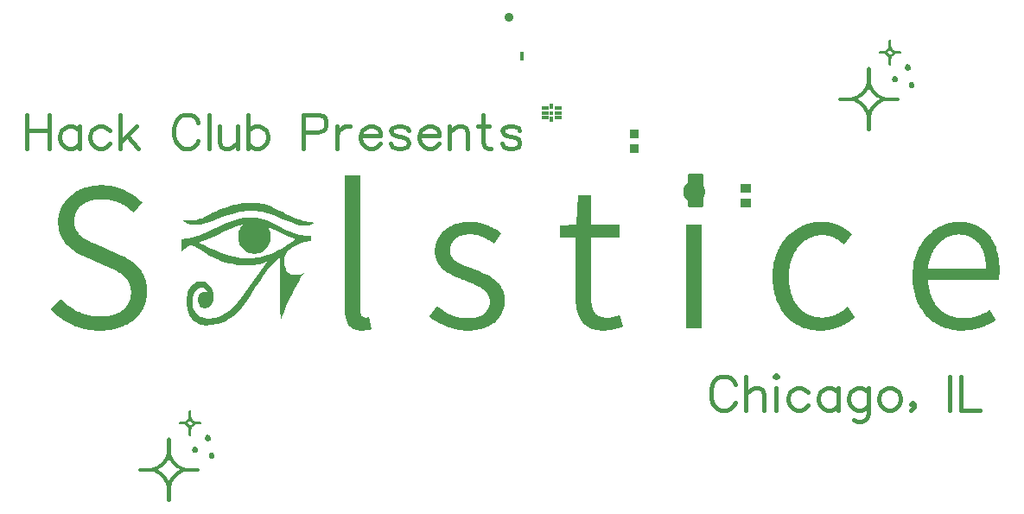
<source format=gts>
G04 Layer: TopSolderMaskLayer*
G04 EasyEDA v6.5.40, 2024-06-14 14:15:58*
G04 Gerber Generator version 0.2*
G04 Scale: 100 percent, Rotated: No, Reflected: No *
G04 Dimensions in millimeters *
G04 leading zeros omitted , absolute positions ,4 integer and 5 decimal *
%FSLAX45Y45*%
%MOMM*%

%AMMACRO1*1,1,$1,$2,$3*1,1,$1,$4,$5*1,1,$1,0-$2,0-$3*1,1,$1,0-$4,0-$5*20,1,$1,$2,$3,$4,$5,0*20,1,$1,$4,$5,0-$2,0-$3,0*20,1,$1,0-$2,0-$3,0-$4,0-$5,0*20,1,$1,0-$4,0-$5,$2,$3,0*4,1,4,$2,$3,$4,$5,0-$2,0-$3,0-$4,0-$5,$2,$3,0*%
%ADD10C,0.4000*%
%ADD11R,1.0016X0.9016*%
%ADD12MACRO1,0.1016X0.6998X-0.5X0.6998X0.5*%
%ADD13MACRO1,0.1016X0.6998X0.5X0.6998X-0.5*%
%ADD14R,0.9656X0.9081*%
%ADD15MACRO1,0.1016X-0.25X0.14X0.25X0.14*%
%ADD16R,0.4016X0.5516*%
%ADD17R,0.4016X0.4016*%
%ADD18MACRO1,0.1016X0.15X0.375X0.15X-0.375*%
%ADD19C,0.9096*%
%ADD20C,0.0106*%

%LPD*%
G36*
X8963202Y4735118D02*
G01*
X8957208Y4728057D01*
X8956243Y4723130D01*
X8956243Y4670856D01*
X8954008Y4666386D01*
X8953957Y4662932D01*
X8952484Y4661966D01*
X8952484Y4658309D01*
X8950198Y4656378D01*
X8950198Y4651959D01*
X8947912Y4649571D01*
X8947912Y4648098D01*
X8942628Y4642002D01*
X8942628Y4639970D01*
X8938615Y4636109D01*
X8937701Y4636109D01*
X8928049Y4626711D01*
X8926068Y4626711D01*
X8920988Y4623968D01*
X8920480Y4622749D01*
X8918752Y4622749D01*
X8914942Y4620717D01*
X8907322Y4618126D01*
X8864244Y4618024D01*
X8862161Y4616196D01*
X8859215Y4609896D01*
X8859215Y4605528D01*
X8943340Y4605528D01*
X8943340Y4609134D01*
X8948318Y4613249D01*
X8954160Y4618837D01*
X8955379Y4618837D01*
X8962644Y4628642D01*
X8963456Y4629454D01*
X8967266Y4635347D01*
X8970670Y4635347D01*
X8970670Y4633214D01*
X8977833Y4623257D01*
X8987942Y4612944D01*
X8994495Y4606950D01*
X8986215Y4599686D01*
X8976563Y4589373D01*
X8972702Y4583074D01*
X8969044Y4579569D01*
X8966962Y4579569D01*
X8961577Y4586376D01*
X8961577Y4587849D01*
X8948623Y4601565D01*
X8947505Y4601565D01*
X8943340Y4605528D01*
X8859215Y4605528D01*
X8859215Y4604054D01*
X8861806Y4599432D01*
X8867089Y4595672D01*
X8911894Y4595215D01*
X8916365Y4593285D01*
X8929370Y4586833D01*
X8936177Y4580737D01*
X8942578Y4573676D01*
X8942628Y4572101D01*
X8946946Y4567275D01*
X8947962Y4563973D01*
X8950198Y4562043D01*
X8950198Y4558487D01*
X8953957Y4550511D01*
X8954008Y4546955D01*
X8956192Y4542993D01*
X8956243Y4491939D01*
X8957767Y4486249D01*
X8961170Y4481068D01*
X8965742Y4478274D01*
X8970060Y4478172D01*
X8974734Y4480915D01*
X8979001Y4485335D01*
X8979001Y4537506D01*
X8981846Y4548530D01*
X8985097Y4557166D01*
X8989974Y4567885D01*
X8993784Y4572406D01*
X9000337Y4581144D01*
X9002115Y4581144D01*
X9008770Y4588205D01*
X9012732Y4589221D01*
X9018016Y4592624D01*
X9024874Y4595266D01*
X9066733Y4595266D01*
X9075115Y4599127D01*
X9076283Y4602734D01*
X9076131Y4613554D01*
X9071864Y4617974D01*
X9026601Y4618228D01*
X9022588Y4620412D01*
X9019184Y4620412D01*
X9019184Y4621834D01*
X9015018Y4622901D01*
X9010446Y4626457D01*
X9006636Y4627422D01*
X8995664Y4638852D01*
X8991600Y4645152D01*
X8989822Y4646726D01*
X8987383Y4651451D01*
X8984488Y4658512D01*
X8979001Y4676749D01*
X8979001Y4729073D01*
X8972854Y4735118D01*
G37*
G36*
X9151112Y4489958D02*
G01*
X9134754Y4489856D01*
X9129369Y4487214D01*
X9124137Y4482896D01*
X9119362Y4478070D01*
X9113723Y4468368D01*
X9113520Y4452620D01*
X9117126Y4443984D01*
X9120378Y4439869D01*
X9123324Y4435602D01*
X9130995Y4431538D01*
X9138564Y4428744D01*
X9147962Y4428693D01*
X9152940Y4430928D01*
X9160357Y4433773D01*
X9168942Y4444034D01*
X9170873Y4449521D01*
X9173057Y4453940D01*
X9173057Y4464812D01*
X9167774Y4476445D01*
X9163710Y4481474D01*
X9155988Y4487367D01*
G37*
G36*
X8760307Y4465421D02*
G01*
X8753144Y4464202D01*
X8746693Y4459681D01*
X8744407Y4455007D01*
X8742883Y4453890D01*
X8742426Y4329480D01*
X8741003Y4326636D01*
X8741003Y4320997D01*
X8738717Y4315307D01*
X8738717Y4308500D01*
X8736634Y4302556D01*
X8734653Y4295495D01*
X8733383Y4293971D01*
X8733383Y4291533D01*
X8728862Y4282135D01*
X8728862Y4278579D01*
X8725052Y4272330D01*
X8725052Y4271111D01*
X8721496Y4265625D01*
X8720378Y4261713D01*
X8713774Y4251350D01*
X8711438Y4249318D01*
X8711438Y4247388D01*
X8703868Y4236923D01*
X8693607Y4225239D01*
X8681110Y4212590D01*
X8679586Y4212590D01*
X8671407Y4204868D01*
X8658758Y4196334D01*
X8648141Y4190390D01*
X8647379Y4189323D01*
X8638387Y4184294D01*
X8636508Y4184294D01*
X8627668Y4179773D01*
X8623858Y4178604D01*
X8620861Y4176420D01*
X8616848Y4176420D01*
X8612479Y4174083D01*
X8609380Y4174083D01*
X8607958Y4172712D01*
X8598865Y4170019D01*
X8592820Y4167530D01*
X8475319Y4166463D01*
X8468868Y4164888D01*
X8462822Y4159554D01*
X8462772Y4156608D01*
X8461044Y4150512D01*
X8461353Y4149140D01*
X8654643Y4149140D01*
X8655558Y4154068D01*
X8656980Y4155998D01*
X8665565Y4160113D01*
X8672068Y4164634D01*
X8674811Y4164634D01*
X8678672Y4168343D01*
X8684514Y4172051D01*
X8688273Y4175658D01*
X8690660Y4175658D01*
X8697417Y4181551D01*
X8699398Y4183532D01*
X8701074Y4183532D01*
X8711082Y4193336D01*
X8719921Y4201566D01*
X8721140Y4201566D01*
X8723934Y4206189D01*
X8738158Y4222394D01*
X8741562Y4228998D01*
X8747810Y4236669D01*
X8747810Y4237786D01*
X8755380Y4250842D01*
X8759291Y4255211D01*
X8764625Y4254296D01*
X8769604Y4249013D01*
X8774988Y4238447D01*
X8780932Y4230166D01*
X8783472Y4224782D01*
X8792514Y4214723D01*
X8792514Y4212793D01*
X8820556Y4183938D01*
X8823350Y4182872D01*
X8829294Y4177029D01*
X8835339Y4173016D01*
X8846108Y4164634D01*
X8848039Y4164634D01*
X8853525Y4161180D01*
X8854287Y4160113D01*
X8864854Y4154576D01*
X8866174Y4150461D01*
X8865311Y4146956D01*
X8854998Y4140200D01*
X8844381Y4134408D01*
X8838539Y4129278D01*
X8836507Y4129278D01*
X8836456Y4128109D01*
X8830818Y4124198D01*
X8822486Y4117594D01*
X8813393Y4108856D01*
X8801252Y4096613D01*
X8792514Y4087012D01*
X8792514Y4085640D01*
X8786520Y4078935D01*
X8778138Y4065930D01*
X8775242Y4063187D01*
X8774277Y4059326D01*
X8767572Y4048760D01*
X8764117Y4045204D01*
X8758326Y4045204D01*
X8753094Y4050944D01*
X8753094Y4052265D01*
X8747810Y4059936D01*
X8747810Y4061866D01*
X8743543Y4067606D01*
X8738412Y4076242D01*
X8730335Y4086453D01*
X8721648Y4096969D01*
X8718600Y4101033D01*
X8713063Y4104894D01*
X8712098Y4108094D01*
X8705646Y4112006D01*
X8697671Y4120642D01*
X8696096Y4120642D01*
X8689035Y4126585D01*
X8682990Y4130395D01*
X8674862Y4136542D01*
X8661755Y4143552D01*
X8656472Y4146804D01*
X8654643Y4149140D01*
X8461353Y4149140D01*
X8463026Y4141470D01*
X8465261Y4138777D01*
X8468461Y4137710D01*
X8474151Y4134002D01*
X8584438Y4134053D01*
X8600389Y4130344D01*
X8604910Y4129125D01*
X8613241Y4127906D01*
X8618575Y4125874D01*
X8626906Y4122064D01*
X8631174Y4119879D01*
X8633409Y4119879D01*
X8640521Y4116527D01*
X8641283Y4115358D01*
X8657234Y4107230D01*
X8660993Y4103624D01*
X8667089Y4099915D01*
X8668613Y4098086D01*
X8674049Y4094327D01*
X8682228Y4087266D01*
X8693251Y4076395D01*
X8693251Y4074668D01*
X8699906Y4068064D01*
X8708440Y4056278D01*
X8709863Y4055364D01*
X8713825Y4047185D01*
X8717330Y4043273D01*
X8718346Y4039717D01*
X8719769Y4039717D01*
X8719769Y4037939D01*
X8725052Y4026763D01*
X8728862Y4019804D01*
X8728862Y4016908D01*
X8733282Y4007104D01*
X8736584Y3996131D01*
X8738717Y3990949D01*
X8738768Y3982720D01*
X8741003Y3979672D01*
X8741003Y3973220D01*
X8742527Y3971645D01*
X8742476Y3849725D01*
X8743950Y3845712D01*
X8746896Y3842613D01*
X8747404Y3839921D01*
X8755938Y3835400D01*
X8765692Y3835146D01*
X8773515Y3839565D01*
X8775700Y3842105D01*
X8779662Y3849776D01*
X8779662Y3972204D01*
X8781897Y3977843D01*
X8781897Y3982465D01*
X8783726Y3985869D01*
X8783421Y3990289D01*
X8788857Y4007104D01*
X8790736Y4010253D01*
X8793480Y4018889D01*
X8807297Y4045610D01*
X8810853Y4049268D01*
X8812377Y4053840D01*
X8813596Y4053840D01*
X8818676Y4062120D01*
X8819438Y4063695D01*
X8830056Y4075328D01*
X8844940Y4090720D01*
X8847480Y4091584D01*
X8857081Y4100982D01*
X8858707Y4100982D01*
X8867190Y4107687D01*
X8875166Y4111904D01*
X8884056Y4117492D01*
X8885580Y4117492D01*
X8887460Y4119879D01*
X8890254Y4119879D01*
X8903563Y4125976D01*
X8908897Y4127906D01*
X8915704Y4129125D01*
X8924493Y4131665D01*
X8928760Y4131665D01*
X8935212Y4134002D01*
X9047886Y4134002D01*
X9055150Y4138422D01*
X9057843Y4139437D01*
X9057894Y4142282D01*
X9060078Y4145330D01*
X9060078Y4156608D01*
X9057995Y4158437D01*
X9057081Y4161891D01*
X9053118Y4164837D01*
X9047581Y4166463D01*
X8927084Y4167479D01*
X8922512Y4170172D01*
X8919006Y4170172D01*
X8911132Y4172762D01*
X8909710Y4174083D01*
X8907373Y4174083D01*
X8903004Y4176420D01*
X8898991Y4176420D01*
X8883599Y4184294D01*
X8881110Y4184294D01*
X8876131Y4188206D01*
X8874607Y4188206D01*
X8870238Y4192270D01*
X8863787Y4195216D01*
X8853525Y4203039D01*
X8840876Y4213758D01*
X8820810Y4235094D01*
X8817965Y4240072D01*
X8816898Y4240072D01*
X8811869Y4248353D01*
X8811107Y4249928D01*
X8805367Y4258564D01*
X8800896Y4264863D01*
X8800846Y4268266D01*
X8799372Y4269232D01*
X8793276Y4281322D01*
X8793276Y4283862D01*
X8787231Y4297222D01*
X8787231Y4299864D01*
X8785047Y4303369D01*
X8783320Y4313580D01*
X8781897Y4319219D01*
X8781846Y4323791D01*
X8779713Y4327702D01*
X8779662Y4450486D01*
X8777173Y4456582D01*
X8774277Y4460849D01*
X8770162Y4463186D01*
X8767114Y4464608D01*
G37*
G36*
X9021622Y4376826D02*
G01*
X9013494Y4376623D01*
X9006027Y4373981D01*
X8995918Y4366971D01*
X8990939Y4358335D01*
X8988094Y4349851D01*
X8988094Y4341723D01*
X8991092Y4332579D01*
X8992819Y4330446D01*
X8996222Y4323791D01*
X8999067Y4322165D01*
X9005925Y4317542D01*
X9014256Y4314748D01*
X9021064Y4314748D01*
X9030208Y4317746D01*
X9039301Y4323994D01*
X9045295Y4333189D01*
X9047480Y4340301D01*
X9047429Y4351274D01*
X9046260Y4356658D01*
X9039250Y4367428D01*
X9029395Y4374134D01*
G37*
G36*
X9187484Y4317898D02*
G01*
X9175699Y4317796D01*
X9166606Y4313224D01*
X9164929Y4313174D01*
X9156496Y4304284D01*
X9151823Y4288993D01*
X9151823Y4286504D01*
X9154058Y4277563D01*
X9157055Y4269282D01*
X9164828Y4261713D01*
X9174175Y4256633D01*
X9189212Y4256735D01*
X9195409Y4259783D01*
X9198711Y4261815D01*
X9205772Y4268774D01*
X9209633Y4275023D01*
X9211005Y4286046D01*
X9209989Y4298645D01*
X9207804Y4303064D01*
X9200337Y4311091D01*
X9200337Y4312259D01*
X9196933Y4313377D01*
G37*
G36*
X2105202Y1102918D02*
G01*
X2099208Y1095857D01*
X2098243Y1090930D01*
X2098243Y1038656D01*
X2096007Y1034186D01*
X2095957Y1030732D01*
X2094484Y1029766D01*
X2094484Y1026109D01*
X2092198Y1024178D01*
X2092198Y1019759D01*
X2089912Y1017371D01*
X2089912Y1015898D01*
X2084628Y1009802D01*
X2084628Y1007770D01*
X2080615Y1003909D01*
X2079701Y1003909D01*
X2070049Y994511D01*
X2068068Y994511D01*
X2062988Y991768D01*
X2062480Y990549D01*
X2060752Y990549D01*
X2056942Y988517D01*
X2049322Y985926D01*
X2006244Y985824D01*
X2004161Y983996D01*
X2001215Y977696D01*
X2001215Y973328D01*
X2085339Y973328D01*
X2085339Y976934D01*
X2090318Y981049D01*
X2096160Y986637D01*
X2097379Y986637D01*
X2104644Y996442D01*
X2105456Y997254D01*
X2109266Y1003147D01*
X2112670Y1003147D01*
X2112670Y1001014D01*
X2119833Y991057D01*
X2129942Y980744D01*
X2136495Y974750D01*
X2128215Y967486D01*
X2118563Y957173D01*
X2114702Y950874D01*
X2111044Y947369D01*
X2108962Y947369D01*
X2103577Y954176D01*
X2103577Y955649D01*
X2090623Y969365D01*
X2089505Y969365D01*
X2085339Y973328D01*
X2001215Y973328D01*
X2001215Y971854D01*
X2003806Y967232D01*
X2009089Y963472D01*
X2053894Y963015D01*
X2058365Y961085D01*
X2071319Y954633D01*
X2078177Y948537D01*
X2084578Y941476D01*
X2084628Y939901D01*
X2088946Y935075D01*
X2089962Y931773D01*
X2092198Y929843D01*
X2092198Y926287D01*
X2095957Y918311D01*
X2096007Y914755D01*
X2098192Y910793D01*
X2098243Y859739D01*
X2099767Y854049D01*
X2103170Y848868D01*
X2107742Y846074D01*
X2112060Y845972D01*
X2116734Y848715D01*
X2121001Y853084D01*
X2121001Y905306D01*
X2123846Y916330D01*
X2127097Y924966D01*
X2131974Y935685D01*
X2135784Y940206D01*
X2142337Y948944D01*
X2144115Y948944D01*
X2150770Y956005D01*
X2154732Y957021D01*
X2160016Y960424D01*
X2166874Y963066D01*
X2208733Y963066D01*
X2217115Y966927D01*
X2218283Y970534D01*
X2218131Y981354D01*
X2213864Y985774D01*
X2168601Y986028D01*
X2164588Y988212D01*
X2161184Y988212D01*
X2161184Y989634D01*
X2157018Y990701D01*
X2152446Y994257D01*
X2148636Y995222D01*
X2137664Y1006652D01*
X2133600Y1012952D01*
X2131822Y1014526D01*
X2129383Y1019251D01*
X2126488Y1026312D01*
X2121001Y1044549D01*
X2121001Y1096873D01*
X2114854Y1102918D01*
G37*
G36*
X2293112Y857758D02*
G01*
X2276754Y857656D01*
X2271369Y855014D01*
X2266137Y850696D01*
X2261362Y845870D01*
X2255723Y836168D01*
X2255520Y820419D01*
X2259126Y811784D01*
X2262378Y807669D01*
X2265324Y803402D01*
X2272995Y799338D01*
X2280564Y796544D01*
X2289962Y796493D01*
X2294940Y798728D01*
X2302357Y801573D01*
X2310942Y811834D01*
X2312873Y817321D01*
X2315057Y821740D01*
X2315057Y832612D01*
X2309774Y844245D01*
X2305710Y849274D01*
X2297988Y855167D01*
G37*
G36*
X1902307Y833221D02*
G01*
X1895144Y832002D01*
X1888693Y827481D01*
X1886407Y822807D01*
X1884883Y821690D01*
X1884425Y697280D01*
X1883003Y694436D01*
X1883003Y688797D01*
X1880717Y683107D01*
X1880717Y676300D01*
X1878634Y670356D01*
X1876653Y663295D01*
X1875383Y661771D01*
X1875383Y659333D01*
X1870862Y649935D01*
X1870862Y646379D01*
X1867052Y640130D01*
X1867052Y638911D01*
X1863496Y633425D01*
X1862378Y629513D01*
X1855774Y619150D01*
X1853438Y617118D01*
X1853438Y615188D01*
X1845868Y604723D01*
X1835607Y593039D01*
X1823110Y580390D01*
X1821586Y580390D01*
X1813407Y572668D01*
X1800758Y564134D01*
X1790141Y558190D01*
X1789379Y557072D01*
X1780387Y552094D01*
X1778558Y552094D01*
X1769668Y547573D01*
X1765858Y546404D01*
X1762861Y544220D01*
X1758848Y544220D01*
X1754479Y541883D01*
X1751380Y541883D01*
X1749958Y540512D01*
X1740865Y537819D01*
X1734769Y535330D01*
X1617319Y534263D01*
X1610868Y532688D01*
X1604822Y527354D01*
X1604772Y524408D01*
X1603044Y518312D01*
X1603353Y516940D01*
X1796643Y516940D01*
X1797557Y521868D01*
X1798980Y523798D01*
X1807565Y527913D01*
X1814068Y532434D01*
X1816811Y532434D01*
X1820672Y536143D01*
X1826514Y539851D01*
X1830273Y543458D01*
X1832660Y543458D01*
X1839417Y549351D01*
X1841398Y551332D01*
X1843074Y551332D01*
X1853082Y561136D01*
X1861921Y569366D01*
X1863140Y569366D01*
X1865934Y573989D01*
X1880158Y590194D01*
X1883562Y596798D01*
X1889810Y604469D01*
X1889810Y605586D01*
X1897380Y618642D01*
X1901291Y623011D01*
X1906625Y622096D01*
X1911604Y616813D01*
X1916988Y606247D01*
X1922932Y597966D01*
X1925472Y592582D01*
X1934514Y582523D01*
X1934514Y580593D01*
X1962556Y551738D01*
X1965350Y550672D01*
X1971293Y544830D01*
X1977339Y540816D01*
X1988108Y532434D01*
X1990039Y532434D01*
X1995525Y528980D01*
X1996287Y527913D01*
X2006854Y522376D01*
X2008174Y518261D01*
X2007311Y514756D01*
X1996998Y508000D01*
X1986381Y502208D01*
X1980539Y497078D01*
X1978507Y497078D01*
X1978456Y495909D01*
X1972818Y491998D01*
X1964486Y485393D01*
X1955393Y476656D01*
X1943252Y464413D01*
X1934514Y454812D01*
X1934514Y453440D01*
X1928520Y446735D01*
X1920189Y433730D01*
X1917242Y430987D01*
X1916328Y427126D01*
X1909572Y416559D01*
X1906117Y413004D01*
X1900326Y413004D01*
X1895093Y418744D01*
X1895093Y420065D01*
X1889810Y427735D01*
X1889810Y429666D01*
X1885543Y435406D01*
X1880412Y444042D01*
X1872335Y454253D01*
X1863648Y464769D01*
X1860600Y468833D01*
X1855063Y472693D01*
X1854098Y475894D01*
X1847646Y479806D01*
X1839671Y488442D01*
X1838096Y488442D01*
X1831035Y494385D01*
X1824989Y498195D01*
X1816862Y504342D01*
X1803755Y511352D01*
X1798472Y514604D01*
X1796643Y516940D01*
X1603353Y516940D01*
X1605026Y509270D01*
X1607261Y506577D01*
X1610461Y505510D01*
X1616151Y501802D01*
X1726438Y501853D01*
X1742389Y498144D01*
X1746910Y496925D01*
X1755241Y495706D01*
X1760575Y493674D01*
X1768906Y489864D01*
X1773174Y487680D01*
X1775409Y487680D01*
X1782521Y484327D01*
X1783283Y483158D01*
X1799234Y475030D01*
X1802993Y471424D01*
X1809089Y467715D01*
X1810613Y465886D01*
X1816049Y462127D01*
X1824228Y455066D01*
X1835251Y444195D01*
X1835251Y442468D01*
X1841906Y435864D01*
X1850440Y424078D01*
X1851863Y423164D01*
X1855825Y414985D01*
X1859330Y411073D01*
X1860346Y407517D01*
X1861769Y407517D01*
X1861769Y405739D01*
X1867052Y394563D01*
X1870862Y387604D01*
X1870862Y384708D01*
X1875282Y374904D01*
X1878584Y363931D01*
X1880717Y358749D01*
X1880768Y350520D01*
X1883003Y347472D01*
X1883003Y341020D01*
X1884527Y339445D01*
X1884476Y217525D01*
X1885950Y213512D01*
X1888896Y210413D01*
X1889404Y207721D01*
X1897938Y203200D01*
X1907692Y202946D01*
X1915515Y207365D01*
X1917700Y209905D01*
X1921662Y217576D01*
X1921662Y340004D01*
X1923897Y345643D01*
X1923897Y350266D01*
X1925726Y353669D01*
X1925421Y358089D01*
X1930857Y374904D01*
X1932736Y378053D01*
X1935480Y386689D01*
X1949297Y413410D01*
X1952853Y417068D01*
X1954377Y421640D01*
X1955596Y421640D01*
X1960676Y429920D01*
X1961438Y431495D01*
X1972056Y443128D01*
X1986940Y458520D01*
X1989480Y459384D01*
X1999081Y468782D01*
X2000707Y468782D01*
X2009190Y475488D01*
X2017166Y479704D01*
X2026056Y485292D01*
X2027580Y485292D01*
X2029460Y487680D01*
X2032254Y487680D01*
X2045563Y493776D01*
X2050897Y495706D01*
X2057704Y496925D01*
X2066493Y499465D01*
X2070760Y499465D01*
X2077212Y501802D01*
X2189886Y501802D01*
X2197150Y506222D01*
X2199843Y507238D01*
X2199894Y510082D01*
X2202078Y513130D01*
X2202078Y524408D01*
X2199995Y526237D01*
X2199081Y529691D01*
X2195118Y532638D01*
X2189581Y534263D01*
X2069084Y535279D01*
X2064512Y537972D01*
X2061006Y537972D01*
X2053132Y540562D01*
X2051710Y541883D01*
X2049373Y541883D01*
X2045004Y544220D01*
X2040991Y544220D01*
X2025599Y552094D01*
X2023110Y552094D01*
X2018131Y556006D01*
X2016607Y556006D01*
X2012238Y560070D01*
X2005787Y563016D01*
X1995525Y570839D01*
X1982876Y581558D01*
X1962810Y602894D01*
X1959965Y607872D01*
X1958898Y607872D01*
X1953869Y616153D01*
X1953107Y617728D01*
X1947367Y626364D01*
X1942896Y632663D01*
X1942846Y636066D01*
X1941372Y637032D01*
X1935276Y649122D01*
X1935276Y651662D01*
X1929231Y665022D01*
X1929231Y667664D01*
X1927047Y671169D01*
X1925269Y681380D01*
X1923897Y687019D01*
X1923846Y691591D01*
X1921713Y695502D01*
X1921662Y818286D01*
X1919173Y824382D01*
X1916277Y828649D01*
X1912162Y830986D01*
X1909114Y832408D01*
G37*
G36*
X2163622Y744626D02*
G01*
X2155494Y744423D01*
X2148027Y741781D01*
X2137918Y734771D01*
X2132939Y726135D01*
X2130094Y717651D01*
X2130094Y709523D01*
X2133092Y700379D01*
X2134819Y698246D01*
X2138222Y691591D01*
X2141067Y689965D01*
X2147925Y685342D01*
X2156256Y682548D01*
X2163064Y682548D01*
X2172208Y685546D01*
X2181301Y691794D01*
X2187295Y700989D01*
X2189480Y708101D01*
X2189429Y719074D01*
X2188260Y724458D01*
X2181250Y735228D01*
X2171395Y741934D01*
G37*
G36*
X2329484Y685698D02*
G01*
X2317699Y685596D01*
X2308606Y681024D01*
X2306929Y680974D01*
X2298496Y672084D01*
X2293823Y656793D01*
X2293823Y654304D01*
X2296058Y645363D01*
X2299055Y637082D01*
X2306828Y629513D01*
X2316175Y624433D01*
X2331212Y624535D01*
X2337409Y627583D01*
X2340711Y629615D01*
X2347772Y636574D01*
X2351633Y642823D01*
X2353005Y653846D01*
X2351989Y666445D01*
X2349804Y670864D01*
X2342337Y678891D01*
X2342337Y680059D01*
X2338933Y681177D01*
G37*
G36*
X2676448Y3132886D02*
G01*
X2654452Y3131108D01*
X2623972Y3127806D01*
X2585059Y3121761D01*
X2559659Y3116681D01*
X2533142Y3110484D01*
X2506268Y3103321D01*
X2471826Y3092805D01*
X2433574Y3079445D01*
X2391308Y3062224D01*
X2363520Y3049574D01*
X2333752Y3034995D01*
X2305812Y3020060D01*
X2276195Y3003143D01*
X2255062Y2992831D01*
X2228342Y2981756D01*
X2207666Y2974695D01*
X2189886Y2969615D01*
X2167890Y2964383D01*
X2140813Y2960217D01*
X2116277Y2958134D01*
X2086152Y2958084D01*
X2061311Y2960268D01*
X2041855Y2963113D01*
X2041347Y2962452D01*
X2050288Y2953207D01*
X2063546Y2942437D01*
X2082444Y2931566D01*
X2098954Y2925165D01*
X2113737Y2921203D01*
X2133193Y2917444D01*
X2185670Y2917545D01*
X2211070Y2921152D01*
X2242362Y2927350D01*
X2270302Y2934563D01*
X2300732Y2943809D01*
X2333752Y2955137D01*
X2368448Y2968345D01*
X2410764Y2985668D01*
X2451404Y3003346D01*
X2484120Y3014726D01*
X2514701Y3024073D01*
X2541066Y3031083D01*
X2572359Y3038246D01*
X2601112Y3043428D01*
X2629916Y3047593D01*
X2662072Y3050692D01*
X2708198Y3052826D01*
X2758490Y3050692D01*
X2788107Y3047593D01*
X2816047Y3043428D01*
X2847340Y3037230D01*
X2875076Y3030118D01*
X2908300Y3019958D01*
X2937052Y3009493D01*
X2983585Y2990850D01*
X3044494Y2965043D01*
X3099511Y2942590D01*
X3135325Y2929382D01*
X3164636Y2920187D01*
X3189173Y2913989D01*
X3212033Y2909874D01*
X3236569Y2907436D01*
X3261969Y2908655D01*
X3281426Y2912719D01*
X3296665Y2918053D01*
X3315715Y2929178D01*
X3328720Y2940100D01*
X3305098Y2941624D01*
X3272180Y2944876D01*
X3243376Y2949956D01*
X3221329Y2955137D01*
X3184093Y2966262D01*
X3145180Y2980588D01*
X3113278Y2994202D01*
X3090214Y3004667D01*
X3050438Y3023768D01*
X3014014Y3042310D01*
X2970885Y3064865D01*
X2935325Y3083864D01*
X2915005Y3093770D01*
X2889656Y3104032D01*
X2864256Y3112414D01*
X2841599Y3118662D01*
X2812643Y3124758D01*
X2786430Y3128924D01*
X2756814Y3132277D01*
G37*
G36*
X2677261Y2989834D02*
G01*
X2653639Y2988056D01*
X2627376Y2984754D01*
X2599436Y2979674D01*
X2570175Y2972511D01*
X2542743Y2964129D01*
X2522423Y2957169D01*
X2495854Y2946857D01*
X2470810Y2936290D01*
X2437231Y2921050D01*
X2307539Y2857449D01*
X2271115Y2840990D01*
X2246579Y2830576D01*
X2216962Y2819044D01*
X2188210Y2808986D01*
X2154377Y2798724D01*
X2124913Y2791358D01*
X2095144Y2785262D01*
X2069744Y2781249D01*
X2028698Y2776829D01*
X2028748Y2760014D01*
X2029149Y2743758D01*
X2198420Y2743758D01*
X2229662Y2754477D01*
X2261819Y2766618D01*
X2299055Y2781960D01*
X2326995Y2794304D01*
X2362504Y2810764D01*
X2445461Y2850235D01*
X2487726Y2869387D01*
X2525826Y2885135D01*
X2562758Y2898394D01*
X2590952Y2906928D01*
X2626512Y2915666D01*
X2627020Y2915158D01*
X2613406Y2898241D01*
X2602636Y2880817D01*
X2595422Y2865475D01*
X2588666Y2846476D01*
X2583840Y2823464D01*
X2582164Y2799588D01*
X2583789Y2776474D01*
X2588209Y2754884D01*
X2593086Y2739847D01*
X2598216Y2727553D01*
X2604363Y2715768D01*
X2614879Y2699308D01*
X2632506Y2678684D01*
X2648508Y2664866D01*
X2673451Y2649474D01*
X2695041Y2640939D01*
X2714498Y2636113D01*
X2730957Y2633929D01*
X2754274Y2633980D01*
X2769514Y2636012D01*
X2788107Y2640279D01*
X2811322Y2649474D01*
X2836367Y2664815D01*
X2852420Y2678633D01*
X2875330Y2706471D01*
X2885998Y2725928D01*
X2891790Y2739898D01*
X2896971Y2755747D01*
X2901035Y2776474D01*
X2902712Y2799638D01*
X2901035Y2822803D01*
X2896971Y2843479D01*
X2891790Y2859379D01*
X2885846Y2873654D01*
X2874772Y2893517D01*
X2875280Y2894126D01*
X2917596Y2877007D01*
X2960725Y2857398D01*
X3030118Y2824124D01*
X3063138Y2808732D01*
X3100324Y2792628D01*
X3132480Y2780182D01*
X3142742Y2776474D01*
X3143504Y2774797D01*
X3108807Y2749905D01*
X3066491Y2721305D01*
X3008122Y2685796D01*
X2969209Y2664917D01*
X2937865Y2649677D01*
X2904896Y2635148D01*
X2868777Y2621534D01*
X2840583Y2612542D01*
X2814370Y2605227D01*
X2792374Y2600096D01*
X2764434Y2594914D01*
X2733954Y2590800D01*
X2706065Y2588310D01*
X2646832Y2588209D01*
X2616352Y2590800D01*
X2578303Y2595930D01*
X2545283Y2602179D01*
X2503271Y2612390D01*
X2453894Y2627579D01*
X2415844Y2641295D01*
X2365908Y2661513D01*
X2326995Y2679039D01*
X2295652Y2693771D01*
X2254199Y2714447D01*
X2198420Y2743758D01*
X2029149Y2743758D01*
X2031238Y2656382D01*
X2044903Y2671521D01*
X2058771Y2685694D01*
X2073706Y2697886D01*
X2090928Y2707995D01*
X2105964Y2713228D01*
X2122220Y2715412D01*
X2135733Y2714040D01*
X2148433Y2710992D01*
X2165604Y2704033D01*
X2183130Y2693365D01*
X2213610Y2671368D01*
X2236470Y2655773D01*
X2267762Y2636113D01*
X2300732Y2617317D01*
X2324455Y2604922D01*
X2353208Y2590952D01*
X2383688Y2577592D01*
X2409901Y2567228D01*
X2436114Y2557881D01*
X2461514Y2549753D01*
X2491130Y2541422D01*
X2521864Y2534107D01*
X2547823Y2529078D01*
X2574036Y2524963D01*
X2599436Y2521864D01*
X2627376Y2519222D01*
X2700985Y2519324D01*
X2735681Y2522931D01*
X2767838Y2527960D01*
X2792374Y2533243D01*
X2811830Y2538323D01*
X2841193Y2547569D01*
X2874365Y2560777D01*
X2874772Y2560269D01*
X2610307Y2196084D01*
X2579878Y2159000D01*
X2557983Y2135174D01*
X2537663Y2114905D01*
X2515057Y2094484D01*
X2488590Y2073402D01*
X2463190Y2055825D01*
X2444597Y2044547D01*
X2424938Y2033981D01*
X2405684Y2024989D01*
X2379421Y2014575D01*
X2356612Y2007311D01*
X2332075Y2001215D01*
X2307539Y1996693D01*
X2276195Y1997862D01*
X2252726Y2002180D01*
X2230424Y2009139D01*
X2214422Y2016760D01*
X2200960Y2024938D01*
X2189886Y2033320D01*
X2176373Y2046071D01*
X2160016Y2066747D01*
X2147265Y2090064D01*
X2136952Y2115972D01*
X2133396Y2144623D01*
X2133244Y2185771D01*
X2136343Y2208225D01*
X2141372Y2229002D01*
X2149906Y2250186D01*
X2159558Y2266035D01*
X2171293Y2279396D01*
X2181098Y2287320D01*
X2193594Y2294331D01*
X2207666Y2298496D01*
X2222195Y2299766D01*
X2236419Y2297277D01*
X2251456Y2291181D01*
X2262479Y2283714D01*
X2274519Y2272080D01*
X2283053Y2259888D01*
X2287828Y2252014D01*
X2287066Y2251100D01*
X2277922Y2254961D01*
X2261819Y2259787D01*
X2233879Y2259888D01*
X2219045Y2253945D01*
X2206040Y2243378D01*
X2197862Y2231034D01*
X2192985Y2218690D01*
X2190242Y2206345D01*
X2189226Y2186584D01*
X2191308Y2169363D01*
X2195626Y2152853D01*
X2201519Y2138426D01*
X2208834Y2125929D01*
X2222246Y2110638D01*
X2234133Y2102916D01*
X2247290Y2098802D01*
X2261971Y2098802D01*
X2274773Y2102815D01*
X2287219Y2109216D01*
X2303932Y2122779D01*
X2321204Y2143048D01*
X2331770Y2161082D01*
X2338324Y2177542D01*
X2342540Y2195423D01*
X2344470Y2216861D01*
X2342591Y2237232D01*
X2339035Y2254605D01*
X2332736Y2273452D01*
X2324100Y2291283D01*
X2314295Y2307183D01*
X2298090Y2326741D01*
X2282545Y2340152D01*
X2268829Y2349703D01*
X2251659Y2357983D01*
X2231390Y2363724D01*
X2196693Y2363622D01*
X2176881Y2357272D01*
X2156917Y2347569D01*
X2141677Y2337308D01*
X2127148Y2324252D01*
X2112060Y2305151D01*
X2104288Y2291740D01*
X2096516Y2275281D01*
X2088743Y2251760D01*
X2083765Y2229002D01*
X2080412Y2205329D01*
X2078482Y2181656D01*
X2078532Y2128875D01*
X2082952Y2104898D01*
X2088591Y2081834D01*
X2094839Y2061260D01*
X2105558Y2034489D01*
X2117344Y2012899D01*
X2130856Y1993341D01*
X2142540Y1980793D01*
X2156510Y1968195D01*
X2170125Y1958898D01*
X2185517Y1950466D01*
X2200046Y1944573D01*
X2216962Y1939391D01*
X2237282Y1935378D01*
X2261362Y1932889D01*
X2313432Y1934006D01*
X2337968Y1937308D01*
X2360828Y1941525D01*
X2384704Y1947519D01*
X2408224Y1954885D01*
X2436977Y1966366D01*
X2455722Y1975154D01*
X2479294Y1987804D01*
X2505506Y2004364D01*
X2530906Y2022906D01*
X2554579Y2042515D01*
X2575763Y2062073D01*
X2595219Y2081784D01*
X2619756Y2108860D01*
X2646883Y2142540D01*
X2667152Y2170328D01*
X2687523Y2200198D01*
X2701950Y2222804D01*
X2749042Y2297938D01*
X2776982Y2341168D01*
X2802432Y2379218D01*
X2824530Y2411120D01*
X2851353Y2448204D01*
X2885440Y2492146D01*
X2917190Y2528874D01*
X2941574Y2554884D01*
X2961589Y2574544D01*
X2981045Y2592324D01*
X2992729Y2602382D01*
X2991612Y2568600D01*
X2989986Y2490368D01*
X2988919Y2368956D01*
X2990799Y2223871D01*
X2993288Y2130196D01*
X2995066Y2078736D01*
X2998368Y1997456D01*
X2999486Y1975205D01*
X3000756Y1976882D01*
X3019348Y2027275D01*
X3034030Y2065375D01*
X3064154Y2138426D01*
X3086557Y2188870D01*
X3106928Y2232101D01*
X3127298Y2273249D01*
X3150920Y2318512D01*
X3174898Y2361742D01*
X3198418Y2401874D01*
X3226816Y2447696D01*
X3225546Y2447696D01*
X3210356Y2440381D01*
X3189020Y2432405D01*
X3168904Y2427274D01*
X3152292Y2424785D01*
X3121507Y2425903D01*
X3103727Y2431034D01*
X3091891Y2436469D01*
X3079191Y2444800D01*
X3068015Y2454859D01*
X3055315Y2470962D01*
X3048050Y2484018D01*
X3040888Y2501696D01*
X3035706Y2521407D01*
X3032861Y2544927D01*
X3033826Y2574747D01*
X3037281Y2594559D01*
X3041751Y2610764D01*
X3048914Y2629306D01*
X3058058Y2646121D01*
X3069640Y2662631D01*
X3082594Y2675839D01*
X3092754Y2684170D01*
X3105404Y2692450D01*
X3138271Y2710180D01*
X3171444Y2726283D01*
X3202736Y2738780D01*
X3229813Y2747111D01*
X3254349Y2752140D01*
X3274669Y2754274D01*
X3292856Y2755087D01*
X3293465Y2755900D01*
X3296259Y2798064D01*
X3297275Y2808884D01*
X3261106Y2808884D01*
X3236569Y2811018D01*
X3214573Y2814116D01*
X3189173Y2819247D01*
X3161842Y2826410D01*
X3128264Y2837586D01*
X3096107Y2850235D01*
X3047034Y2872587D01*
X2980182Y2905760D01*
X2933649Y2928518D01*
X2898140Y2944469D01*
X2864205Y2958033D01*
X2831185Y2969260D01*
X2800807Y2977591D01*
X2771190Y2983687D01*
X2748330Y2986938D01*
X2727198Y2989072D01*
G37*
G36*
X3628390Y3401060D02*
G01*
X3628440Y2083460D01*
X3628898Y2068372D01*
X3629761Y2053793D01*
X3631082Y2039823D01*
X3632860Y2026361D01*
X3635095Y2013508D01*
X3637838Y2001164D01*
X3641039Y1989429D01*
X3644696Y1978253D01*
X3648862Y1967636D01*
X3653485Y1957578D01*
X3658666Y1948180D01*
X3664305Y1939340D01*
X3670503Y1931060D01*
X3677208Y1923440D01*
X3684422Y1916430D01*
X3692194Y1909978D01*
X3700475Y1904187D01*
X3709314Y1899005D01*
X3718712Y1894484D01*
X3728669Y1890572D01*
X3739184Y1887270D01*
X3750310Y1884680D01*
X3761994Y1882698D01*
X3774236Y1881378D01*
X3787089Y1880717D01*
X3801618Y1880666D01*
X3816197Y1881174D01*
X3829304Y1882139D01*
X3841191Y1883511D01*
X3852113Y1885289D01*
X3862273Y1887372D01*
X3871874Y1889760D01*
X3885692Y1893824D01*
X3863340Y2012188D01*
X3851148Y2010003D01*
X3841902Y2008835D01*
X3834434Y2008428D01*
X3827526Y2008378D01*
X3822649Y2008632D01*
X3817924Y2009343D01*
X3813403Y2010613D01*
X3809034Y2012391D01*
X3804920Y2014677D01*
X3801059Y2017572D01*
X3797452Y2020976D01*
X3794150Y2024989D01*
X3791102Y2029612D01*
X3788460Y2034844D01*
X3786124Y2040686D01*
X3784142Y2047189D01*
X3782618Y2054301D01*
X3781450Y2062124D01*
X3780790Y2070557D01*
X3780536Y2079752D01*
X3780536Y3401060D01*
G37*
G36*
X7051040Y3348482D02*
G01*
X7044283Y3348329D01*
X7037628Y3347872D01*
X7031228Y3347059D01*
X7024928Y3345992D01*
X7018883Y3344621D01*
X7012990Y3342995D01*
X7007301Y3341065D01*
X7001814Y3338829D01*
X6996531Y3336340D01*
X6991451Y3333597D01*
X6986625Y3330600D01*
X6982002Y3327298D01*
X6977583Y3323793D01*
X6973468Y3320034D01*
X6969556Y3316020D01*
X6965899Y3311804D01*
X6962495Y3307334D01*
X6959346Y3302660D01*
X6956501Y3297783D01*
X6953910Y3292703D01*
X6951624Y3287420D01*
X6949592Y3281883D01*
X6947865Y3276193D01*
X6946442Y3270351D01*
X6945325Y3264306D01*
X6944512Y3258058D01*
X6944004Y3251657D01*
X6943852Y3245104D01*
X6944004Y3238144D01*
X6944512Y3231388D01*
X6945325Y3224834D01*
X6946442Y3218434D01*
X6947865Y3212287D01*
X6949592Y3206343D01*
X6951573Y3200603D01*
X6953910Y3195066D01*
X6956501Y3189782D01*
X6959346Y3184702D01*
X6962495Y3179876D01*
X6965899Y3175304D01*
X6969556Y3170936D01*
X6973468Y3166821D01*
X6977583Y3163011D01*
X6982002Y3159404D01*
X6986625Y3156051D01*
X6991451Y3153003D01*
X6996531Y3150158D01*
X7001814Y3147669D01*
X7007301Y3145434D01*
X7012990Y3143453D01*
X7018883Y3141776D01*
X7024928Y3140405D01*
X7031228Y3139338D01*
X7037628Y3138525D01*
X7044283Y3138068D01*
X7051040Y3137916D01*
X7057440Y3138068D01*
X7063689Y3138525D01*
X7069836Y3139338D01*
X7075830Y3140405D01*
X7081672Y3141776D01*
X7087362Y3143453D01*
X7092848Y3145434D01*
X7098233Y3147669D01*
X7103364Y3150158D01*
X7108342Y3153003D01*
X7113117Y3156051D01*
X7117689Y3159404D01*
X7122058Y3163011D01*
X7126173Y3166821D01*
X7130084Y3170936D01*
X7133742Y3175304D01*
X7137196Y3179876D01*
X7140346Y3184702D01*
X7143242Y3189782D01*
X7145883Y3195066D01*
X7148220Y3200603D01*
X7150303Y3206343D01*
X7152081Y3212287D01*
X7153554Y3218434D01*
X7154672Y3224834D01*
X7155535Y3231388D01*
X7156043Y3238144D01*
X7156196Y3245104D01*
X7156043Y3251657D01*
X7155535Y3258058D01*
X7154672Y3264306D01*
X7153554Y3270351D01*
X7152081Y3276193D01*
X7150303Y3281883D01*
X7148220Y3287420D01*
X7145883Y3292703D01*
X7143242Y3297783D01*
X7140346Y3302660D01*
X7137196Y3307334D01*
X7133742Y3311804D01*
X7130084Y3316020D01*
X7126173Y3320034D01*
X7122058Y3323793D01*
X7117689Y3327298D01*
X7113117Y3330600D01*
X7108342Y3333597D01*
X7103364Y3336340D01*
X7098233Y3338829D01*
X7092848Y3341065D01*
X7087362Y3342995D01*
X7081672Y3344621D01*
X7075830Y3345992D01*
X7069836Y3347059D01*
X7063689Y3347872D01*
X7057440Y3348329D01*
G37*
G36*
X1243076Y3305301D02*
G01*
X1229563Y3305149D01*
X1216202Y3304692D01*
X1202944Y3303930D01*
X1189888Y3302863D01*
X1176934Y3301492D01*
X1164132Y3299866D01*
X1151534Y3297936D01*
X1139088Y3295700D01*
X1126794Y3293211D01*
X1114653Y3290417D01*
X1102715Y3287369D01*
X1079347Y3280460D01*
X1062329Y3274567D01*
X1045768Y3268116D01*
X1034948Y3263493D01*
X1019149Y3256076D01*
X1008887Y3250844D01*
X998829Y3245358D01*
X988974Y3239617D01*
X979373Y3233674D01*
X965403Y3224276D01*
X956411Y3217773D01*
X947623Y3211017D01*
X939088Y3204057D01*
X930808Y3196894D01*
X918870Y3185718D01*
X907542Y3174085D01*
X900328Y3166059D01*
X893368Y3157880D01*
X886714Y3149498D01*
X880313Y3140913D01*
X874217Y3132124D01*
X868375Y3123184D01*
X862837Y3114040D01*
X857656Y3104743D01*
X852728Y3095244D01*
X848106Y3085592D01*
X843838Y3075787D01*
X839876Y3065830D01*
X836218Y3055670D01*
X832866Y3045409D01*
X829868Y3034944D01*
X827227Y3024378D01*
X824890Y3013608D01*
X822909Y3002737D01*
X821334Y2991764D01*
X820013Y2980588D01*
X819099Y2969310D01*
X818591Y2957931D01*
X818388Y2946400D01*
X818692Y2931515D01*
X819505Y2917037D01*
X820877Y2902915D01*
X822756Y2889199D01*
X825195Y2875838D01*
X828040Y2862884D01*
X831443Y2850286D01*
X835253Y2838043D01*
X839469Y2826105D01*
X844143Y2814574D01*
X849223Y2803347D01*
X854710Y2792476D01*
X860552Y2781909D01*
X866749Y2771648D01*
X873252Y2761742D01*
X880110Y2752090D01*
X887272Y2742793D01*
X894740Y2733751D01*
X902462Y2725013D01*
X910437Y2716580D01*
X922832Y2704388D01*
X931367Y2696616D01*
X944575Y2685389D01*
X953566Y2678277D01*
X962761Y2671368D01*
X981506Y2658262D01*
X991006Y2652014D01*
X1005484Y2643124D01*
X1020114Y2634691D01*
X1039774Y2624124D01*
X1059434Y2614269D01*
X1078992Y2605125D01*
X1322019Y2497429D01*
X1345539Y2486761D01*
X1368247Y2475992D01*
X1384604Y2467762D01*
X1400352Y2459329D01*
X1420317Y2447645D01*
X1429867Y2441600D01*
X1439062Y2435352D01*
X1447901Y2428900D01*
X1456385Y2422194D01*
X1464513Y2415286D01*
X1472234Y2408123D01*
X1479550Y2400655D01*
X1486509Y2392832D01*
X1493012Y2384755D01*
X1499057Y2376322D01*
X1504645Y2367483D01*
X1509776Y2358288D01*
X1514449Y2348636D01*
X1518564Y2338628D01*
X1522222Y2328113D01*
X1525371Y2317140D01*
X1527962Y2305659D01*
X1529994Y2293721D01*
X1531467Y2281224D01*
X1532331Y2268118D01*
X1532636Y2254504D01*
X1532382Y2243480D01*
X1531670Y2232609D01*
X1530502Y2221992D01*
X1528876Y2211527D01*
X1526743Y2201316D01*
X1524203Y2191308D01*
X1521206Y2181504D01*
X1517751Y2171954D01*
X1513890Y2162606D01*
X1509522Y2153513D01*
X1504797Y2144674D01*
X1499616Y2136089D01*
X1493977Y2127707D01*
X1487982Y2119630D01*
X1481531Y2111806D01*
X1474673Y2104237D01*
X1467408Y2096973D01*
X1459788Y2089962D01*
X1451711Y2083257D01*
X1443278Y2076856D01*
X1434490Y2070760D01*
X1425295Y2064918D01*
X1415694Y2059432D01*
X1405737Y2054250D01*
X1395425Y2049373D01*
X1384757Y2044852D01*
X1373682Y2040636D01*
X1362303Y2036724D01*
X1350568Y2033219D01*
X1338478Y2030018D01*
X1326032Y2027224D01*
X1313281Y2024735D01*
X1300175Y2022652D01*
X1286764Y2020874D01*
X1272997Y2019554D01*
X1258925Y2018588D01*
X1244549Y2017979D01*
X1229868Y2017775D01*
X1217676Y2017928D01*
X1205534Y2018385D01*
X1193393Y2019147D01*
X1169314Y2021586D01*
X1157376Y2023262D01*
X1145438Y2025243D01*
X1133602Y2027478D01*
X1121816Y2030018D01*
X1110132Y2032812D01*
X1098499Y2035911D01*
X1086967Y2039264D01*
X1075486Y2042871D01*
X1064107Y2046782D01*
X1052830Y2050948D01*
X1041653Y2055368D01*
X1030579Y2060041D01*
X1019606Y2064969D01*
X997966Y2075535D01*
X976782Y2087118D01*
X956106Y2099564D01*
X935990Y2112975D01*
X921258Y2123592D01*
X902157Y2138527D01*
X892860Y2146249D01*
X883666Y2154224D01*
X865835Y2170785D01*
X852932Y2183688D01*
X844550Y2192528D01*
X750570Y2085339D01*
X766978Y2068474D01*
X783945Y2052218D01*
X801471Y2036572D01*
X819556Y2021586D01*
X838098Y2007260D01*
X857250Y1993544D01*
X876858Y1980539D01*
X896975Y1968246D01*
X907237Y1962404D01*
X922883Y1953920D01*
X944118Y1943303D01*
X965860Y1933448D01*
X976884Y1928774D01*
X988060Y1924354D01*
X1005027Y1918055D01*
X1028039Y1910384D01*
X1051560Y1903577D01*
X1075486Y1897583D01*
X1093724Y1893671D01*
X1112215Y1890268D01*
X1124661Y1888236D01*
X1149908Y1884934D01*
X1162659Y1883613D01*
X1188516Y1881682D01*
X1208176Y1880870D01*
X1228090Y1880616D01*
X1242669Y1880768D01*
X1257046Y1881225D01*
X1271270Y1881936D01*
X1285290Y1883003D01*
X1299057Y1884324D01*
X1312672Y1885899D01*
X1326083Y1887778D01*
X1339291Y1889963D01*
X1352296Y1892401D01*
X1365097Y1895093D01*
X1377645Y1898040D01*
X1390040Y1901240D01*
X1414119Y1908454D01*
X1425854Y1912467D01*
X1437335Y1916684D01*
X1448612Y1921154D01*
X1459687Y1925828D01*
X1475790Y1933346D01*
X1491437Y1941322D01*
X1501546Y1946960D01*
X1511452Y1952802D01*
X1530502Y1965096D01*
X1544116Y1974900D01*
X1552905Y1981657D01*
X1561439Y1988667D01*
X1569720Y1995830D01*
X1585569Y2010714D01*
X1596745Y2022398D01*
X1603857Y2030374D01*
X1610715Y2038553D01*
X1617319Y2046935D01*
X1623618Y2055418D01*
X1629664Y2064105D01*
X1635455Y2072944D01*
X1640992Y2081936D01*
X1646174Y2091029D01*
X1651152Y2100326D01*
X1658061Y2114550D01*
X1662277Y2124202D01*
X1666239Y2133955D01*
X1669897Y2143861D01*
X1673250Y2153869D01*
X1676298Y2164029D01*
X1679092Y2174290D01*
X1681581Y2184704D01*
X1683766Y2195220D01*
X1686458Y2211171D01*
X1687830Y2221941D01*
X1688947Y2232761D01*
X1689760Y2243734D01*
X1690217Y2254808D01*
X1690370Y2265934D01*
X1690166Y2280361D01*
X1689506Y2294432D01*
X1688439Y2308148D01*
X1686966Y2321509D01*
X1685086Y2334463D01*
X1682851Y2347163D01*
X1680159Y2359456D01*
X1677162Y2371445D01*
X1673707Y2383129D01*
X1669948Y2394508D01*
X1665833Y2405532D01*
X1661363Y2416302D01*
X1656537Y2426766D01*
X1651406Y2436926D01*
X1645920Y2446832D01*
X1640128Y2456484D01*
X1634032Y2465832D01*
X1627632Y2474925D01*
X1620977Y2483764D01*
X1613966Y2492400D01*
X1606753Y2500731D01*
X1599234Y2508910D01*
X1591462Y2516835D01*
X1583436Y2524506D01*
X1575155Y2532024D01*
X1557883Y2546400D01*
X1544370Y2556713D01*
X1525574Y2569819D01*
X1506067Y2582265D01*
X1490929Y2591206D01*
X1470202Y2602687D01*
X1443431Y2616301D01*
X1421434Y2626664D01*
X1404620Y2634234D01*
X1178864Y2730296D01*
X1146606Y2744927D01*
X1125270Y2755392D01*
X1104392Y2766568D01*
X1094232Y2772460D01*
X1084224Y2778607D01*
X1074470Y2785008D01*
X1065022Y2791714D01*
X1055827Y2798673D01*
X1046987Y2805988D01*
X1038504Y2813558D01*
X1030427Y2821533D01*
X1022807Y2829864D01*
X1015644Y2838551D01*
X1008938Y2847695D01*
X1002792Y2857195D01*
X997153Y2867152D01*
X992174Y2877566D01*
X987755Y2888437D01*
X984046Y2899816D01*
X980948Y2911703D01*
X978611Y2924149D01*
X977036Y2937103D01*
X976223Y2950616D01*
X976172Y2963265D01*
X976731Y2974441D01*
X977849Y2985414D01*
X979474Y2996082D01*
X981608Y3006445D01*
X984300Y3016605D01*
X987501Y3026410D01*
X991158Y3035960D01*
X995375Y3045256D01*
X1000048Y3054197D01*
X1005179Y3062884D01*
X1010818Y3071215D01*
X1016863Y3079292D01*
X1023416Y3087014D01*
X1030376Y3094431D01*
X1037793Y3101492D01*
X1045616Y3108299D01*
X1053846Y3114700D01*
X1062532Y3120796D01*
X1071575Y3126536D01*
X1081074Y3131921D01*
X1090879Y3136950D01*
X1101140Y3141624D01*
X1111707Y3145942D01*
X1122680Y3149904D01*
X1133957Y3153511D01*
X1145590Y3156712D01*
X1157579Y3159506D01*
X1169924Y3161944D01*
X1182522Y3163976D01*
X1195476Y3165602D01*
X1208684Y3166821D01*
X1222248Y3167684D01*
X1236065Y3168091D01*
X1250086Y3168091D01*
X1263954Y3167684D01*
X1277620Y3166922D01*
X1291031Y3165805D01*
X1304239Y3164281D01*
X1317244Y3162401D01*
X1330045Y3160166D01*
X1342593Y3157626D01*
X1354988Y3154680D01*
X1367129Y3151428D01*
X1379118Y3147822D01*
X1390904Y3143859D01*
X1402537Y3139643D01*
X1419555Y3132632D01*
X1430731Y3127603D01*
X1441704Y3122269D01*
X1452473Y3116630D01*
X1463090Y3110687D01*
X1473555Y3104489D01*
X1483868Y3097987D01*
X1499006Y3087725D01*
X1508912Y3080562D01*
X1528267Y3065424D01*
X1537766Y3057448D01*
X1551686Y3045104D01*
X1560830Y3036570D01*
X1643380Y3136138D01*
X1631391Y3148431D01*
X1623110Y3156458D01*
X1610360Y3168142D01*
X1592580Y3183229D01*
X1583385Y3190544D01*
X1569262Y3201111D01*
X1549704Y3214624D01*
X1529435Y3227374D01*
X1519021Y3233420D01*
X1497685Y3244900D01*
X1486712Y3250336D01*
X1469999Y3258058D01*
X1452880Y3265271D01*
X1441297Y3269742D01*
X1429512Y3274009D01*
X1417624Y3278022D01*
X1405534Y3281781D01*
X1393342Y3285286D01*
X1380998Y3288537D01*
X1368450Y3291484D01*
X1355801Y3294176D01*
X1343050Y3296615D01*
X1323594Y3299663D01*
X1310487Y3301390D01*
X1297279Y3302762D01*
X1283868Y3303879D01*
X1270406Y3304641D01*
X1256792Y3305149D01*
G37*
G36*
X5913882Y3207512D02*
G01*
X5895086Y2919984D01*
X5735320Y2910586D01*
X5735320Y2794000D01*
X5889498Y2794000D01*
X5889548Y2204618D01*
X5890158Y2178304D01*
X5891682Y2152853D01*
X5892800Y2140458D01*
X5895746Y2116328D01*
X5899708Y2093163D01*
X5902096Y2081936D01*
X5904738Y2070912D01*
X5907633Y2060193D01*
X5910834Y2049729D01*
X5914288Y2039569D01*
X5918047Y2029612D01*
X5922060Y2019960D01*
X5926429Y2010562D01*
X5931052Y2001469D01*
X5936030Y1992680D01*
X5941314Y1984146D01*
X5946902Y1975967D01*
X5952845Y1968042D01*
X5959094Y1960422D01*
X5965647Y1953158D01*
X5972606Y1946198D01*
X5979871Y1939543D01*
X5987542Y1933193D01*
X5995517Y1927250D01*
X6003899Y1921560D01*
X6012586Y1916277D01*
X6021730Y1911299D01*
X6031179Y1906727D01*
X6041085Y1902460D01*
X6051346Y1898548D01*
X6062014Y1895043D01*
X6073038Y1891893D01*
X6084519Y1889099D01*
X6096406Y1886712D01*
X6108700Y1884730D01*
X6121450Y1883105D01*
X6134608Y1881886D01*
X6148171Y1881073D01*
X6162243Y1880666D01*
X6175502Y1880666D01*
X6187897Y1881225D01*
X6200597Y1882292D01*
X6213500Y1883867D01*
X6226556Y1885797D01*
X6239764Y1888185D01*
X6253073Y1890877D01*
X6272987Y1895500D01*
X6299403Y1902510D01*
X6325209Y1910232D01*
X6350000Y1918207D01*
X6319774Y2034793D01*
X6309258Y2030323D01*
X6298082Y2026005D01*
X6286398Y2021992D01*
X6274358Y2018284D01*
X6262014Y2014982D01*
X6249568Y2012137D01*
X6237173Y2009800D01*
X6224930Y2008073D01*
X6212941Y2006955D01*
X6201410Y2006600D01*
X6187694Y2006955D01*
X6174689Y2007920D01*
X6162446Y2009546D01*
X6150864Y2011832D01*
X6139992Y2014778D01*
X6129782Y2018284D01*
X6124905Y2020265D01*
X6115659Y2024735D01*
X6107074Y2029764D01*
X6099048Y2035403D01*
X6091682Y2041652D01*
X6084874Y2048459D01*
X6078626Y2055774D01*
X6072936Y2063699D01*
X6067755Y2072182D01*
X6063132Y2081174D01*
X6059017Y2090674D01*
X6055360Y2100732D01*
X6052159Y2111298D01*
X6049416Y2122322D01*
X6047130Y2133854D01*
X6045250Y2145893D01*
X6043777Y2158390D01*
X6042710Y2171344D01*
X6042050Y2184755D01*
X6041694Y2198624D01*
X6041644Y2794000D01*
X6321806Y2794000D01*
X6321806Y2919984D01*
X6041644Y2919984D01*
X6041644Y3207512D01*
G37*
G36*
X4855718Y2946400D02*
G01*
X4840884Y2946196D01*
X4826304Y2945638D01*
X4812030Y2944672D01*
X4798060Y2943352D01*
X4784394Y2941675D01*
X4771034Y2939592D01*
X4757978Y2937205D01*
X4745228Y2934462D01*
X4732832Y2931414D01*
X4720691Y2927959D01*
X4708855Y2924251D01*
X4697374Y2920187D01*
X4686198Y2915818D01*
X4675327Y2911144D01*
X4664811Y2906217D01*
X4654600Y2900934D01*
X4644694Y2895396D01*
X4635144Y2889605D01*
X4625898Y2883509D01*
X4617008Y2877159D01*
X4608474Y2870504D01*
X4600244Y2863646D01*
X4592370Y2856534D01*
X4584852Y2849219D01*
X4574184Y2837738D01*
X4567529Y2829814D01*
X4561230Y2821686D01*
X4555286Y2813354D01*
X4549648Y2804820D01*
X4544415Y2796082D01*
X4539538Y2787192D01*
X4535017Y2778048D01*
X4530852Y2768803D01*
X4527042Y2759354D01*
X4523638Y2749753D01*
X4520590Y2739948D01*
X4517898Y2730042D01*
X4515612Y2719984D01*
X4513681Y2709773D01*
X4512157Y2699461D01*
X4510989Y2689047D01*
X4510227Y2678480D01*
X4509820Y2667812D01*
X4509820Y2655976D01*
X4510430Y2643428D01*
X4511548Y2631186D01*
X4513224Y2619400D01*
X4515459Y2607919D01*
X4518202Y2596845D01*
X4521403Y2586075D01*
X4525111Y2575661D01*
X4529277Y2565552D01*
X4533900Y2555798D01*
X4538980Y2546350D01*
X4544466Y2537206D01*
X4550359Y2528366D01*
X4556658Y2519832D01*
X4563313Y2511552D01*
X4570323Y2503576D01*
X4577638Y2495854D01*
X4585309Y2488336D01*
X4593336Y2481122D01*
X4601616Y2474112D01*
X4610150Y2467356D01*
X4618990Y2460802D01*
X4637379Y2448356D01*
X4646879Y2442464D01*
X4661560Y2433878D01*
X4681677Y2423109D01*
X4702454Y2412949D01*
X4728972Y2401062D01*
X4750562Y2392070D01*
X4777790Y2381453D01*
X4799634Y2373274D01*
X4828997Y2362606D01*
X4853635Y2353360D01*
X4884064Y2341168D01*
X4907686Y2330805D01*
X4930444Y2319731D01*
X4941366Y2313889D01*
X4951984Y2307844D01*
X4962194Y2301544D01*
X4972050Y2295042D01*
X4981448Y2288286D01*
X4990388Y2281224D01*
X4998770Y2273858D01*
X5006644Y2266238D01*
X5013909Y2258263D01*
X5020564Y2249982D01*
X5026609Y2241346D01*
X5031943Y2232304D01*
X5036515Y2222957D01*
X5040376Y2213203D01*
X5043424Y2202992D01*
X5045659Y2192426D01*
X5046472Y2186940D01*
X5047386Y2175713D01*
X5047386Y2164537D01*
X5046776Y2153869D01*
X5045557Y2143404D01*
X5043678Y2133142D01*
X5041239Y2123084D01*
X5038140Y2113330D01*
X5034432Y2103831D01*
X5030063Y2094636D01*
X5025136Y2085746D01*
X5019548Y2077161D01*
X5013299Y2068982D01*
X5006492Y2061108D01*
X4999024Y2053691D01*
X4990947Y2046630D01*
X4982260Y2040026D01*
X4972913Y2033828D01*
X4962956Y2028139D01*
X4952339Y2022906D01*
X4941163Y2018182D01*
X4929276Y2013966D01*
X4916830Y2010308D01*
X4903724Y2007209D01*
X4889957Y2004720D01*
X4875631Y2002789D01*
X4860594Y2001520D01*
X4844999Y2000859D01*
X4830114Y2000808D01*
X4816703Y2001215D01*
X4803546Y2001926D01*
X4790694Y2003094D01*
X4778044Y2004568D01*
X4765700Y2006396D01*
X4753559Y2008581D01*
X4741621Y2011121D01*
X4729886Y2013966D01*
X4718405Y2017115D01*
X4707077Y2020570D01*
X4695952Y2024380D01*
X4685030Y2028443D01*
X4674209Y2032812D01*
X4663592Y2037435D01*
X4653127Y2042312D01*
X4637633Y2050186D01*
X4617466Y2061464D01*
X4607509Y2067509D01*
X4592777Y2076907D01*
X4573422Y2090216D01*
X4554270Y2104339D01*
X4530598Y2122932D01*
X4453382Y2019554D01*
X4471873Y2005025D01*
X4481423Y1997913D01*
X4491228Y1990953D01*
X4506366Y1980793D01*
X4527245Y1967788D01*
X4537964Y1961489D01*
X4548886Y1955393D01*
X4571288Y1943760D01*
X4594352Y1932939D01*
X4606137Y1927809D01*
X4624070Y1920544D01*
X4648504Y1911705D01*
X4660900Y1907641D01*
X4673447Y1903831D01*
X4686096Y1900275D01*
X4698847Y1896973D01*
X4711750Y1893976D01*
X4724704Y1891233D01*
X4737760Y1888845D01*
X4750917Y1886712D01*
X4764176Y1884883D01*
X4777486Y1883359D01*
X4797552Y1881682D01*
X4811014Y1881022D01*
X4824577Y1880666D01*
X4838954Y1880666D01*
X4853990Y1881022D01*
X4868672Y1881784D01*
X4883099Y1882902D01*
X4897170Y1884375D01*
X4910988Y1886254D01*
X4924450Y1888439D01*
X4937607Y1890928D01*
X4950460Y1893773D01*
X4963007Y1896973D01*
X4975199Y1900478D01*
X4987137Y1904288D01*
X4998720Y1908403D01*
X5009997Y1912823D01*
X5020919Y1917547D01*
X5031536Y1922525D01*
X5041849Y1927809D01*
X5051806Y1933397D01*
X5061458Y1939188D01*
X5070754Y1945284D01*
X5079746Y1951634D01*
X5088432Y1958187D01*
X5096764Y1964994D01*
X5104739Y1972056D01*
X5112410Y1979320D01*
X5119725Y1986838D01*
X5126736Y1994509D01*
X5133390Y2002434D01*
X5139690Y2010562D01*
X5145684Y2018842D01*
X5151323Y2027326D01*
X5156606Y2036013D01*
X5163921Y2049322D01*
X5168341Y2058416D01*
X5172405Y2067610D01*
X5176164Y2077008D01*
X5179517Y2086559D01*
X5182565Y2096211D01*
X5185257Y2106015D01*
X5187594Y2115921D01*
X5189524Y2125929D01*
X5191150Y2136089D01*
X5192420Y2146300D01*
X5193334Y2156612D01*
X5193842Y2167026D01*
X5194046Y2177542D01*
X5193792Y2191156D01*
X5192928Y2204262D01*
X5191556Y2217013D01*
X5189728Y2229256D01*
X5187340Y2241143D01*
X5184444Y2252624D01*
X5181092Y2263698D01*
X5177282Y2274366D01*
X5173065Y2284679D01*
X5168392Y2294636D01*
X5163312Y2304237D01*
X5157774Y2313482D01*
X5151932Y2322423D01*
X5145684Y2331059D01*
X5139080Y2339340D01*
X5132120Y2347366D01*
X5124856Y2355088D01*
X5117287Y2362555D01*
X5109413Y2369718D01*
X5101234Y2376678D01*
X5092801Y2383383D01*
X5084114Y2389835D01*
X5075174Y2396083D01*
X5066030Y2402128D01*
X5056682Y2407970D01*
X5042306Y2416403D01*
X5022545Y2427020D01*
X4997043Y2439517D01*
X4976164Y2448915D01*
X4954930Y2457958D01*
X4922875Y2470912D01*
X4880102Y2487676D01*
X4840325Y2502001D01*
X4808524Y2514295D01*
X4784293Y2524556D01*
X4772710Y2529890D01*
X4761433Y2535377D01*
X4750612Y2541066D01*
X4740198Y2546959D01*
X4730292Y2553106D01*
X4720844Y2559507D01*
X4711954Y2566212D01*
X4703622Y2573172D01*
X4695901Y2580487D01*
X4688789Y2588107D01*
X4682337Y2596134D01*
X4676597Y2604516D01*
X4671568Y2613304D01*
X4667300Y2622550D01*
X4663846Y2632252D01*
X4661204Y2642412D01*
X4659376Y2653080D01*
X4658461Y2664256D01*
X4658461Y2675178D01*
X4659071Y2685389D01*
X4660392Y2695397D01*
X4662373Y2705303D01*
X4664964Y2714955D01*
X4668266Y2724353D01*
X4672228Y2733497D01*
X4676851Y2742387D01*
X4682185Y2750972D01*
X4688179Y2759202D01*
X4694885Y2767025D01*
X4702302Y2774492D01*
X4710430Y2781554D01*
X4719218Y2788158D01*
X4728768Y2794304D01*
X4738979Y2799994D01*
X4749952Y2805074D01*
X4755692Y2807462D01*
X4767783Y2811729D01*
X4780534Y2815437D01*
X4794097Y2818536D01*
X4808372Y2820974D01*
X4823409Y2822752D01*
X4839157Y2823870D01*
X4855718Y2824226D01*
X4869383Y2823921D01*
X4882692Y2823057D01*
X4895799Y2821635D01*
X4908600Y2819704D01*
X4921148Y2817266D01*
X4933492Y2814320D01*
X4945583Y2810865D01*
X4957470Y2807004D01*
X4969154Y2802737D01*
X4980635Y2798064D01*
X4992014Y2792984D01*
X5003190Y2787599D01*
X5014214Y2781808D01*
X5025136Y2775712D01*
X5035905Y2769362D01*
X5046624Y2762707D01*
X5067757Y2748686D01*
X5088636Y2733802D01*
X5163820Y2833624D01*
X5154777Y2840736D01*
X5140756Y2851150D01*
X5131054Y2857957D01*
X5121097Y2864612D01*
X5105654Y2874264D01*
X5095087Y2880461D01*
X5084216Y2886506D01*
X5073192Y2892298D01*
X5061864Y2897936D01*
X5050383Y2903270D01*
X5038648Y2908401D01*
X5026710Y2913227D01*
X5014569Y2917850D01*
X5002276Y2922117D01*
X4989779Y2926130D01*
X4977079Y2929788D01*
X4964176Y2933141D01*
X4951171Y2936138D01*
X4937963Y2938780D01*
X4924602Y2941066D01*
X4911090Y2942945D01*
X4897475Y2944418D01*
X4883658Y2945536D01*
X4869738Y2946196D01*
G37*
G36*
X8302752Y2946400D02*
G01*
X8291728Y2946298D01*
X8280755Y2945942D01*
X8264398Y2944926D01*
X8253577Y2944012D01*
X8237423Y2942132D01*
X8226704Y2940608D01*
X8205470Y2936798D01*
X8189772Y2933395D01*
X8169046Y2928010D01*
X8158835Y2924962D01*
X8143646Y2919984D01*
X8123681Y2912567D01*
X8113877Y2908503D01*
X8099298Y2902000D01*
X8084972Y2895041D01*
X8070900Y2887522D01*
X8061655Y2882290D01*
X8043570Y2871114D01*
X8025942Y2859024D01*
X8017357Y2852724D01*
X8008874Y2846171D01*
X7996428Y2835910D01*
X7988300Y2828848D01*
X7972501Y2814015D01*
X7964830Y2806344D01*
X7957312Y2798419D01*
X7946339Y2786126D01*
X7935772Y2773426D01*
X7928914Y2764688D01*
X7922259Y2755747D01*
X7912557Y2741930D01*
X7900314Y2722829D01*
X7894472Y2713024D01*
X7883347Y2692755D01*
X7873085Y2671673D01*
X7868208Y2660853D01*
X7859166Y2638653D01*
X7854950Y2627274D01*
X7850987Y2615692D01*
X7843672Y2591917D01*
X7840370Y2579776D01*
X7835849Y2561234D01*
X7830667Y2535783D01*
X7828432Y2522829D01*
X7826451Y2509672D01*
X7824724Y2496312D01*
X7822082Y2469083D01*
X7821117Y2455214D01*
X7820456Y2441143D01*
X7820050Y2426919D01*
X7819999Y2398166D01*
X7821015Y2370023D01*
X7821879Y2356205D01*
X7824317Y2329078D01*
X7825892Y2315819D01*
X7829753Y2289810D01*
X7834528Y2264511D01*
X7837220Y2252116D01*
X7843316Y2227935D01*
X7848447Y2210308D01*
X7856067Y2187397D01*
X7864500Y2165299D01*
X7868970Y2154478D01*
X7873695Y2143912D01*
X7883702Y2123338D01*
X7894523Y2103526D01*
X7906054Y2084527D01*
X7912100Y2075281D01*
X7918297Y2066289D01*
X7931302Y2048865D01*
X7938008Y2040483D01*
X7952028Y2024278D01*
X7966659Y2008886D01*
X7974228Y2001520D01*
X7989874Y1987397D01*
X8006080Y1974088D01*
X8022894Y1961642D01*
X8031480Y1955749D01*
X8040268Y1950059D01*
X8058200Y1939340D01*
X8067344Y1934311D01*
X8081314Y1927199D01*
X8095589Y1920544D01*
X8110118Y1914398D01*
X8129930Y1906981D01*
X8150199Y1900478D01*
X8170875Y1894890D01*
X8181390Y1892401D01*
X8192008Y1890166D01*
X8213496Y1886407D01*
X8229853Y1884222D01*
X8240877Y1883003D01*
X8252002Y1882089D01*
X8268868Y1881073D01*
X8280196Y1880717D01*
X8298230Y1880666D01*
X8311388Y1881022D01*
X8324494Y1881784D01*
X8337499Y1882851D01*
X8350402Y1884324D01*
X8363254Y1886153D01*
X8375954Y1888286D01*
X8388553Y1890775D01*
X8401050Y1893620D01*
X8413445Y1896821D01*
X8425738Y1900326D01*
X8437880Y1904136D01*
X8449919Y1908302D01*
X8461806Y1912772D01*
X8473592Y1917547D01*
X8485276Y1922627D01*
X8496757Y1928012D01*
X8508136Y1933651D01*
X8519414Y1939645D01*
X8530488Y1945893D01*
X8541461Y1952447D01*
X8562949Y1966366D01*
X8573465Y1973783D01*
X8583777Y1981403D01*
X8593988Y1989277D01*
X8613851Y2005838D01*
X8618728Y2010156D01*
X8550910Y2111756D01*
X8532977Y2096617D01*
X8523579Y2089302D01*
X8513927Y2082139D01*
X8504072Y2075230D01*
X8493912Y2068474D01*
X8483549Y2061972D01*
X8472932Y2055774D01*
X8462111Y2049830D01*
X8451088Y2044242D01*
X8439861Y2038908D01*
X8428431Y2033981D01*
X8416798Y2029409D01*
X8404961Y2025192D01*
X8392972Y2021433D01*
X8380831Y2018080D01*
X8368487Y2015236D01*
X8356041Y2012797D01*
X8343392Y2010918D01*
X8330641Y2009495D01*
X8317788Y2008682D01*
X8304784Y2008378D01*
X8293150Y2008581D01*
X8281619Y2009139D01*
X8270290Y2010105D01*
X8259114Y2011425D01*
X8248091Y2013153D01*
X8237270Y2015236D01*
X8226602Y2017674D01*
X8216087Y2020468D01*
X8205774Y2023618D01*
X8195665Y2027123D01*
X8185708Y2030984D01*
X8175955Y2035200D01*
X8166404Y2039721D01*
X8157057Y2044598D01*
X8147862Y2049830D01*
X8138922Y2055368D01*
X8130133Y2061260D01*
X8121599Y2067407D01*
X8113268Y2073960D01*
X8105140Y2080768D01*
X8097215Y2087880D01*
X8089544Y2095347D01*
X8082076Y2103069D01*
X8074863Y2111146D01*
X8067852Y2119477D01*
X8061096Y2128113D01*
X8054594Y2137003D01*
X8048294Y2146198D01*
X8042249Y2155698D01*
X8036458Y2165451D01*
X8030921Y2175459D01*
X8025638Y2185771D01*
X8020608Y2196338D01*
X8015833Y2207158D01*
X8011312Y2218232D01*
X8007096Y2229561D01*
X8003133Y2241143D01*
X7999425Y2252980D01*
X7996021Y2265019D01*
X7992872Y2277313D01*
X7990027Y2289860D01*
X7987436Y2302611D01*
X7984134Y2322169D01*
X7981492Y2342235D01*
X7980121Y2355850D01*
X7979054Y2369718D01*
X7978241Y2383790D01*
X7977784Y2398014D01*
X7977631Y2412492D01*
X7977784Y2426817D01*
X7978292Y2440990D01*
X7979156Y2454960D01*
X7980273Y2468676D01*
X7981746Y2482240D01*
X7983575Y2495600D01*
X7985658Y2508758D01*
X7988096Y2521661D01*
X7990789Y2534412D01*
X7993837Y2546908D01*
X7997139Y2559151D01*
X8000695Y2571191D01*
X8004606Y2582976D01*
X8008772Y2594559D01*
X8013192Y2605836D01*
X8017916Y2616911D01*
X8022894Y2627731D01*
X8028127Y2638298D01*
X8033664Y2648610D01*
X8039404Y2658668D01*
X8045399Y2668422D01*
X8051698Y2677922D01*
X8058150Y2687167D01*
X8064906Y2696108D01*
X8071866Y2704744D01*
X8079079Y2713126D01*
X8086496Y2721203D01*
X8094116Y2728976D01*
X8101939Y2736443D01*
X8110016Y2743657D01*
X8118297Y2750515D01*
X8126730Y2757068D01*
X8135416Y2763266D01*
X8144256Y2769209D01*
X8157921Y2777439D01*
X8167217Y2782519D01*
X8176717Y2787294D01*
X8186420Y2791714D01*
X8196224Y2795778D01*
X8206231Y2799486D01*
X8216392Y2802839D01*
X8226704Y2805836D01*
X8237169Y2808478D01*
X8247786Y2810764D01*
X8258556Y2812694D01*
X8269427Y2814218D01*
X8280450Y2815386D01*
X8291626Y2816148D01*
X8302904Y2816555D01*
X8314893Y2816555D01*
X8327288Y2815996D01*
X8339480Y2814878D01*
X8351316Y2813253D01*
X8363000Y2811119D01*
X8374380Y2808528D01*
X8385556Y2805379D01*
X8396478Y2801823D01*
X8407247Y2797810D01*
X8417814Y2793390D01*
X8428126Y2788513D01*
X8438337Y2783230D01*
X8448344Y2777591D01*
X8458149Y2771546D01*
X8467852Y2765145D01*
X8477402Y2758440D01*
X8486851Y2751378D01*
X8496147Y2744063D01*
X8518906Y2724404D01*
X8599932Y2824226D01*
X8591600Y2831795D01*
X8578697Y2842920D01*
X8569858Y2850184D01*
X8556193Y2860802D01*
X8546846Y2867710D01*
X8537244Y2874416D01*
X8527440Y2880918D01*
X8512251Y2890266D01*
X8501786Y2896260D01*
X8491118Y2901950D01*
X8480145Y2907385D01*
X8468918Y2912516D01*
X8457438Y2917393D01*
X8445652Y2921914D01*
X8433562Y2926130D01*
X8421166Y2929940D01*
X8408466Y2933446D01*
X8395462Y2936544D01*
X8382152Y2939288D01*
X8368487Y2941574D01*
X8354517Y2943453D01*
X8340140Y2944876D01*
X8325459Y2945841D01*
X8310422Y2946349D01*
G37*
G36*
X9643110Y2946400D02*
G01*
X9622586Y2945892D01*
X9612325Y2945231D01*
X9591954Y2943098D01*
X9581845Y2941675D01*
X9566706Y2939034D01*
X9556699Y2936951D01*
X9536785Y2932023D01*
X9526930Y2929229D01*
X9517126Y2926130D01*
X9502597Y2921050D01*
X9483394Y2913430D01*
X9464548Y2904794D01*
X9455251Y2900172D01*
X9441484Y2892755D01*
X9427921Y2884779D01*
X9419031Y2879191D01*
X9401556Y2867304D01*
X9388754Y2857804D01*
X9380372Y2851200D01*
X9363964Y2837281D01*
X9355988Y2830017D01*
X9340392Y2814777D01*
X9332823Y2806852D01*
X9318142Y2790342D01*
X9304070Y2772968D01*
X9297263Y2763977D01*
X9284208Y2745384D01*
X9271863Y2725978D01*
X9260230Y2705760D01*
X9249410Y2684780D01*
X9239351Y2662986D01*
X9230156Y2640431D01*
X9225889Y2628900D01*
X9221825Y2617165D01*
X9217964Y2605227D01*
X9214358Y2593086D01*
X9211005Y2580843D01*
X9207855Y2568346D01*
X9202267Y2542895D01*
X9199880Y2529890D01*
X9195816Y2503373D01*
X9194378Y2491486D01*
X9340342Y2491486D01*
X9342018Y2506218D01*
X9344050Y2520696D01*
X9346488Y2534818D01*
X9349282Y2548686D01*
X9352381Y2562250D01*
X9355886Y2575458D01*
X9359696Y2588412D01*
X9363811Y2601010D01*
X9368282Y2613304D01*
X9373057Y2625293D01*
X9378137Y2636926D01*
X9383522Y2648254D01*
X9389211Y2659227D01*
X9395155Y2669895D01*
X9401352Y2680258D01*
X9407855Y2690215D01*
X9414611Y2699867D01*
X9421622Y2709214D01*
X9428835Y2718155D01*
X9436354Y2726791D01*
X9444024Y2735021D01*
X9451949Y2742946D01*
X9460128Y2750515D01*
X9468459Y2757678D01*
X9476994Y2764536D01*
X9485731Y2770987D01*
X9494621Y2777083D01*
X9503714Y2782773D01*
X9512960Y2788158D01*
X9522409Y2793085D01*
X9531959Y2797708D01*
X9541662Y2801924D01*
X9551517Y2805734D01*
X9561474Y2809138D01*
X9571583Y2812186D01*
X9581743Y2814828D01*
X9592056Y2817063D01*
X9602470Y2818892D01*
X9612985Y2820314D01*
X9623552Y2821381D01*
X9634169Y2821990D01*
X9644888Y2822194D01*
X9656572Y2821990D01*
X9668052Y2821432D01*
X9679279Y2820466D01*
X9690252Y2819095D01*
X9701022Y2817368D01*
X9711537Y2815234D01*
X9721799Y2812694D01*
X9731806Y2809798D01*
X9741560Y2806547D01*
X9751110Y2802890D01*
X9760356Y2798876D01*
X9769348Y2794457D01*
X9778136Y2789631D01*
X9786620Y2784500D01*
X9794798Y2778963D01*
X9802774Y2773019D01*
X9810445Y2766771D01*
X9817862Y2760116D01*
X9825024Y2753055D01*
X9831882Y2745689D01*
X9838486Y2737916D01*
X9844786Y2729738D01*
X9850780Y2721254D01*
X9856520Y2712415D01*
X9861956Y2703169D01*
X9867138Y2693568D01*
X9871964Y2683611D01*
X9876536Y2673299D01*
X9880803Y2662631D01*
X9884765Y2651556D01*
X9888474Y2640177D01*
X9891826Y2628442D01*
X9894874Y2616301D01*
X9897618Y2603855D01*
X9900005Y2591054D01*
X9902139Y2577846D01*
X9903917Y2564333D01*
X9905390Y2550464D01*
X9906558Y2536240D01*
X9907371Y2521661D01*
X9907879Y2506776D01*
X9908032Y2491486D01*
X9194378Y2491486D01*
X9192209Y2469235D01*
X9191244Y2455316D01*
X9190532Y2441194D01*
X9190126Y2426919D01*
X9189974Y2412492D01*
X9190482Y2384145D01*
X9191142Y2370226D01*
X9193174Y2342946D01*
X9196222Y2316327D01*
X9200286Y2290368D01*
X9202623Y2277719D01*
X9205214Y2265172D01*
X9211106Y2240686D01*
X9217914Y2216912D01*
X9221622Y2205329D01*
X9225584Y2193899D01*
X9234119Y2171598D01*
X9243466Y2150059D01*
X9248495Y2139594D01*
X9256318Y2124252D01*
X9261805Y2114245D01*
X9273387Y2094788D01*
X9279432Y2085390D01*
X9288830Y2071624D01*
X9298686Y2058314D01*
X9305442Y2049678D01*
X9319514Y2033066D01*
X9334296Y2017217D01*
X9341916Y2009597D01*
X9353600Y1998573D01*
X9369806Y1984603D01*
X9378086Y1977948D01*
X9395155Y1965248D01*
X9403892Y1959203D01*
X9417253Y1950567D01*
X9430918Y1942388D01*
X9440214Y1937207D01*
X9459112Y1927555D01*
X9468764Y1923034D01*
X9483496Y1916684D01*
X9493402Y1912721D01*
X9513620Y1905507D01*
X9523882Y1902206D01*
X9534245Y1899157D01*
X9549993Y1894992D01*
X9560610Y1892503D01*
X9576663Y1889252D01*
X9587484Y1887321D01*
X9609429Y1884222D01*
X9631680Y1882089D01*
X9648545Y1881073D01*
X9659874Y1880717D01*
X9671304Y1880616D01*
X9686290Y1880819D01*
X9700920Y1881327D01*
X9715347Y1882190D01*
X9729470Y1883359D01*
X9743338Y1884883D01*
X9756952Y1886712D01*
X9770313Y1888845D01*
X9783470Y1891233D01*
X9796322Y1893925D01*
X9808972Y1896872D01*
X9821418Y1900072D01*
X9839604Y1905355D01*
X9851491Y1909165D01*
X9863175Y1913178D01*
X9880295Y1919630D01*
X9891522Y1924151D01*
X9902494Y1928875D01*
X9918700Y1936292D01*
X9939680Y1946706D01*
X9960000Y1957679D01*
X9974884Y1966214D01*
X10003790Y1983993D01*
X9947402Y2085339D01*
X9926726Y2072030D01*
X9916210Y2065731D01*
X9905593Y2059686D01*
X9894874Y2053894D01*
X9884054Y2048408D01*
X9873081Y2043175D01*
X9862007Y2038197D01*
X9850780Y2033524D01*
X9839401Y2029155D01*
X9822078Y2023211D01*
X9810343Y2019604D01*
X9798456Y2016353D01*
X9786366Y2013407D01*
X9774123Y2010816D01*
X9761728Y2008581D01*
X9749129Y2006701D01*
X9736378Y2005177D01*
X9723374Y2004009D01*
X9710216Y2003247D01*
X9696856Y2002840D01*
X9684004Y2002840D01*
X9672015Y2003196D01*
X9660128Y2003907D01*
X9648444Y2004974D01*
X9636912Y2006396D01*
X9625584Y2008124D01*
X9614408Y2010257D01*
X9603435Y2012696D01*
X9592665Y2015439D01*
X9582048Y2018538D01*
X9571634Y2021992D01*
X9561372Y2025751D01*
X9551365Y2029815D01*
X9541510Y2034184D01*
X9531908Y2038908D01*
X9522460Y2043887D01*
X9513265Y2049221D01*
X9504222Y2054809D01*
X9495434Y2060752D01*
X9486849Y2066950D01*
X9478467Y2073452D01*
X9470339Y2080209D01*
X9462363Y2087270D01*
X9454692Y2094636D01*
X9447225Y2102256D01*
X9439960Y2110130D01*
X9432950Y2118309D01*
X9426194Y2126742D01*
X9419640Y2135428D01*
X9413341Y2144369D01*
X9407296Y2153564D01*
X9398711Y2167839D01*
X9393275Y2177694D01*
X9388144Y2187752D01*
X9383217Y2198065D01*
X9378594Y2208580D01*
X9374174Y2219350D01*
X9370060Y2230323D01*
X9366199Y2241550D01*
X9362643Y2252980D01*
X9359341Y2264664D01*
X9356293Y2276551D01*
X9353550Y2288590D01*
X9351111Y2300884D01*
X9347911Y2319680D01*
X9346184Y2332482D01*
X9344710Y2345436D01*
X9343542Y2358593D01*
X9342374Y2378710D01*
X10035794Y2378710D01*
X10037724Y2388260D01*
X10039350Y2398623D01*
X10040670Y2409596D01*
X10042499Y2433167D01*
X10043007Y2445461D01*
X10043414Y2464308D01*
X10043312Y2484780D01*
X10042398Y2512466D01*
X10040569Y2539441D01*
X10038638Y2559202D01*
X10037064Y2572105D01*
X10033254Y2597454D01*
X10031018Y2609799D01*
X10028529Y2621991D01*
X10024465Y2639923D01*
X10021468Y2651607D01*
X10014813Y2674366D01*
X10011156Y2685491D01*
X10007295Y2696362D01*
X10001148Y2712313D01*
X9994493Y2727807D01*
X9989820Y2737815D01*
X9979812Y2757322D01*
X9974529Y2766720D01*
X9963302Y2784906D01*
X9957358Y2793644D01*
X9948113Y2806344D01*
X9941712Y2814523D01*
X9935108Y2822498D01*
X9921240Y2837738D01*
X9914077Y2845003D01*
X9906660Y2852013D01*
X9899040Y2858820D01*
X9891268Y2865374D01*
X9883292Y2871673D01*
X9875113Y2877769D01*
X9866782Y2883560D01*
X9858248Y2889148D01*
X9849510Y2894482D01*
X9831476Y2904439D01*
X9822180Y2909011D01*
X9812731Y2913329D01*
X9803028Y2917393D01*
X9793224Y2921203D01*
X9783216Y2924759D01*
X9762591Y2931058D01*
X9752076Y2933801D01*
X9741306Y2936290D01*
X9730435Y2938526D01*
X9719360Y2940456D01*
X9708083Y2942132D01*
X9696653Y2943555D01*
X9685070Y2944672D01*
X9673285Y2945536D01*
X9661347Y2946095D01*
G37*
G36*
X6974078Y2919984D02*
G01*
X6974078Y1905000D01*
X7126224Y1905000D01*
X7126224Y2919984D01*
G37*
D10*
X508000Y3997960D02*
G01*
X508000Y3663950D01*
X730757Y3997960D02*
G01*
X730757Y3663950D01*
X508000Y3838955D02*
G01*
X730757Y3838955D01*
X1026668Y3886707D02*
G01*
X1026668Y3663950D01*
X1026668Y3838955D02*
G01*
X994918Y3870705D01*
X962913Y3886707D01*
X915162Y3886707D01*
X883412Y3870705D01*
X851662Y3838955D01*
X835660Y3791204D01*
X835660Y3759454D01*
X851662Y3711702D01*
X883412Y3679952D01*
X915162Y3663950D01*
X962913Y3663950D01*
X994918Y3679952D01*
X1026668Y3711702D01*
X1322578Y3838955D02*
G01*
X1290828Y3870705D01*
X1258823Y3886707D01*
X1211071Y3886707D01*
X1179321Y3870705D01*
X1147571Y3838955D01*
X1131570Y3791204D01*
X1131570Y3759454D01*
X1147571Y3711702D01*
X1179321Y3679952D01*
X1211071Y3663950D01*
X1258823Y3663950D01*
X1290828Y3679952D01*
X1322578Y3711702D01*
X1427479Y3997960D02*
G01*
X1427479Y3663950D01*
X1586737Y3886707D02*
G01*
X1427479Y3727704D01*
X1491234Y3791204D02*
G01*
X1602486Y3663950D01*
X2191258Y3918457D02*
G01*
X2175256Y3950462D01*
X2143506Y3982212D01*
X2111756Y3997960D01*
X2048002Y3997960D01*
X2016252Y3982212D01*
X1984247Y3950462D01*
X1968500Y3918457D01*
X1952497Y3870705D01*
X1952497Y3791204D01*
X1968500Y3743452D01*
X1984247Y3711702D01*
X2016252Y3679952D01*
X2048002Y3663950D01*
X2111756Y3663950D01*
X2143506Y3679952D01*
X2175256Y3711702D01*
X2191258Y3743452D01*
X2296159Y3997960D02*
G01*
X2296159Y3663950D01*
X2401061Y3886707D02*
G01*
X2401061Y3727704D01*
X2417063Y3679952D01*
X2448813Y3663950D01*
X2496565Y3663950D01*
X2528570Y3679952D01*
X2576068Y3727704D01*
X2576068Y3886707D02*
G01*
X2576068Y3663950D01*
X2681224Y3997960D02*
G01*
X2681224Y3663950D01*
X2681224Y3838955D02*
G01*
X2712974Y3870705D01*
X2744724Y3886707D01*
X2792475Y3886707D01*
X2824479Y3870705D01*
X2856229Y3838955D01*
X2871977Y3791204D01*
X2871977Y3759454D01*
X2856229Y3711702D01*
X2824479Y3679952D01*
X2792475Y3663950D01*
X2744724Y3663950D01*
X2712974Y3679952D01*
X2681224Y3711702D01*
X3221990Y3997960D02*
G01*
X3221990Y3663950D01*
X3221990Y3997960D02*
G01*
X3365245Y3997960D01*
X3412997Y3982212D01*
X3429000Y3966210D01*
X3444747Y3934460D01*
X3444747Y3886707D01*
X3429000Y3854957D01*
X3412997Y3838955D01*
X3365245Y3823207D01*
X3221990Y3823207D01*
X3549904Y3886707D02*
G01*
X3549904Y3663950D01*
X3549904Y3791204D02*
G01*
X3565652Y3838955D01*
X3597656Y3870705D01*
X3629406Y3886707D01*
X3677158Y3886707D01*
X3782059Y3791204D02*
G01*
X3973068Y3791204D01*
X3973068Y3823207D01*
X3957065Y3854957D01*
X3941063Y3870705D01*
X3909313Y3886707D01*
X3861561Y3886707D01*
X3829811Y3870705D01*
X3798061Y3838955D01*
X3782059Y3791204D01*
X3782059Y3759454D01*
X3798061Y3711702D01*
X3829811Y3679952D01*
X3861561Y3663950D01*
X3909313Y3663950D01*
X3941063Y3679952D01*
X3973068Y3711702D01*
X4252975Y3838955D02*
G01*
X4236974Y3870705D01*
X4189475Y3886707D01*
X4141724Y3886707D01*
X4093972Y3870705D01*
X4077970Y3838955D01*
X4093972Y3807205D01*
X4125722Y3791204D01*
X4205224Y3775455D01*
X4236974Y3759454D01*
X4252975Y3727704D01*
X4252975Y3711702D01*
X4236974Y3679952D01*
X4189475Y3663950D01*
X4141724Y3663950D01*
X4093972Y3679952D01*
X4077970Y3711702D01*
X4357877Y3791204D02*
G01*
X4548886Y3791204D01*
X4548886Y3823207D01*
X4532884Y3854957D01*
X4517136Y3870705D01*
X4485386Y3886707D01*
X4437634Y3886707D01*
X4405629Y3870705D01*
X4373879Y3838955D01*
X4357877Y3791204D01*
X4357877Y3759454D01*
X4373879Y3711702D01*
X4405629Y3679952D01*
X4437634Y3663950D01*
X4485386Y3663950D01*
X4517136Y3679952D01*
X4548886Y3711702D01*
X4653788Y3886707D02*
G01*
X4653788Y3663950D01*
X4653788Y3823207D02*
G01*
X4701540Y3870705D01*
X4733543Y3886707D01*
X4781295Y3886707D01*
X4813045Y3870705D01*
X4828793Y3823207D01*
X4828793Y3663950D01*
X4981702Y3997960D02*
G01*
X4981702Y3727704D01*
X4997450Y3679952D01*
X5029454Y3663950D01*
X5061204Y3663950D01*
X4933950Y3886707D02*
G01*
X5045202Y3886707D01*
X5341111Y3838955D02*
G01*
X5325363Y3870705D01*
X5277611Y3886707D01*
X5229859Y3886707D01*
X5182108Y3870705D01*
X5166106Y3838955D01*
X5182108Y3807205D01*
X5213858Y3791204D01*
X5293359Y3775455D01*
X5325363Y3759454D01*
X5341111Y3727704D01*
X5341111Y3711702D01*
X5325363Y3679952D01*
X5277611Y3663950D01*
X5229859Y3663950D01*
X5182108Y3679952D01*
X5166106Y3711702D01*
X7452359Y1353057D02*
G01*
X7436358Y1385062D01*
X7404608Y1416812D01*
X7372604Y1432560D01*
X7309104Y1432560D01*
X7277354Y1416812D01*
X7245350Y1385062D01*
X7229602Y1353057D01*
X7213600Y1305305D01*
X7213600Y1225804D01*
X7229602Y1178052D01*
X7245350Y1146302D01*
X7277354Y1114552D01*
X7309104Y1098550D01*
X7372604Y1098550D01*
X7404608Y1114552D01*
X7436358Y1146302D01*
X7452359Y1178052D01*
X7557261Y1432560D02*
G01*
X7557261Y1098550D01*
X7557261Y1257807D02*
G01*
X7605013Y1305305D01*
X7636763Y1321307D01*
X7684515Y1321307D01*
X7716265Y1305305D01*
X7732268Y1257807D01*
X7732268Y1098550D01*
X7837170Y1432560D02*
G01*
X7853172Y1416812D01*
X7869174Y1432560D01*
X7853172Y1448562D01*
X7837170Y1432560D01*
X7853172Y1321307D02*
G01*
X7853172Y1098550D01*
X8165084Y1273555D02*
G01*
X8133079Y1305305D01*
X8101329Y1321307D01*
X8053577Y1321307D01*
X8021827Y1305305D01*
X7990077Y1273555D01*
X7974075Y1225804D01*
X7974075Y1194054D01*
X7990077Y1146302D01*
X8021827Y1114552D01*
X8053577Y1098550D01*
X8101329Y1098550D01*
X8133079Y1114552D01*
X8165084Y1146302D01*
X8460993Y1321307D02*
G01*
X8460993Y1098550D01*
X8460993Y1273555D02*
G01*
X8428990Y1305305D01*
X8397240Y1321307D01*
X8349488Y1321307D01*
X8317738Y1305305D01*
X8285988Y1273555D01*
X8269986Y1225804D01*
X8269986Y1194054D01*
X8285988Y1146302D01*
X8317738Y1114552D01*
X8349488Y1098550D01*
X8397240Y1098550D01*
X8428990Y1114552D01*
X8460993Y1146302D01*
X8756904Y1321307D02*
G01*
X8756904Y1066800D01*
X8740902Y1019047D01*
X8724900Y1003045D01*
X8693150Y987297D01*
X8645397Y987297D01*
X8613647Y1003045D01*
X8756904Y1273555D02*
G01*
X8724900Y1305305D01*
X8693150Y1321307D01*
X8645397Y1321307D01*
X8613647Y1305305D01*
X8581897Y1273555D01*
X8565895Y1225804D01*
X8565895Y1194054D01*
X8581897Y1146302D01*
X8613647Y1114552D01*
X8645397Y1098550D01*
X8693150Y1098550D01*
X8724900Y1114552D01*
X8756904Y1146302D01*
X8941308Y1321307D02*
G01*
X8909558Y1305305D01*
X8877808Y1273555D01*
X8861806Y1225804D01*
X8861806Y1194054D01*
X8877808Y1146302D01*
X8909558Y1114552D01*
X8941308Y1098550D01*
X8989059Y1098550D01*
X9020809Y1114552D01*
X9052813Y1146302D01*
X9068561Y1194054D01*
X9068561Y1225804D01*
X9052813Y1273555D01*
X9020809Y1305305D01*
X8989059Y1321307D01*
X8941308Y1321307D01*
X9205468Y1162304D02*
G01*
X9189465Y1146302D01*
X9173718Y1162304D01*
X9189465Y1178052D01*
X9205468Y1162304D01*
X9205468Y1130300D01*
X9173718Y1098550D01*
X9555479Y1432560D02*
G01*
X9555479Y1098550D01*
X9660381Y1432560D02*
G01*
X9660381Y1098550D01*
X9660381Y1098550D02*
G01*
X9851390Y1098550D01*
D11*
G01*
X7558786Y3272739D03*
G01*
X7558786Y3132759D03*
D12*
G01*
X7063486Y3148520D03*
D13*
G01*
X7063486Y3358578D03*
D14*
G01*
X6466586Y3811473D03*
G01*
X6466586Y3660825D03*
D15*
G01*
X5588781Y4065534D03*
G01*
X5588781Y4015546D03*
G01*
X5588781Y3965559D03*
D16*
G01*
X5653786Y3955542D03*
D15*
G01*
X5718778Y3965534D03*
G01*
X5718778Y4015546D03*
G01*
X5718778Y4065534D03*
D16*
G01*
X5653786Y4075531D03*
D17*
G01*
X5653786Y4015562D03*
D18*
G01*
X5361686Y4574349D03*
D19*
G01*
X5234686Y4955336D03*
M02*

</source>
